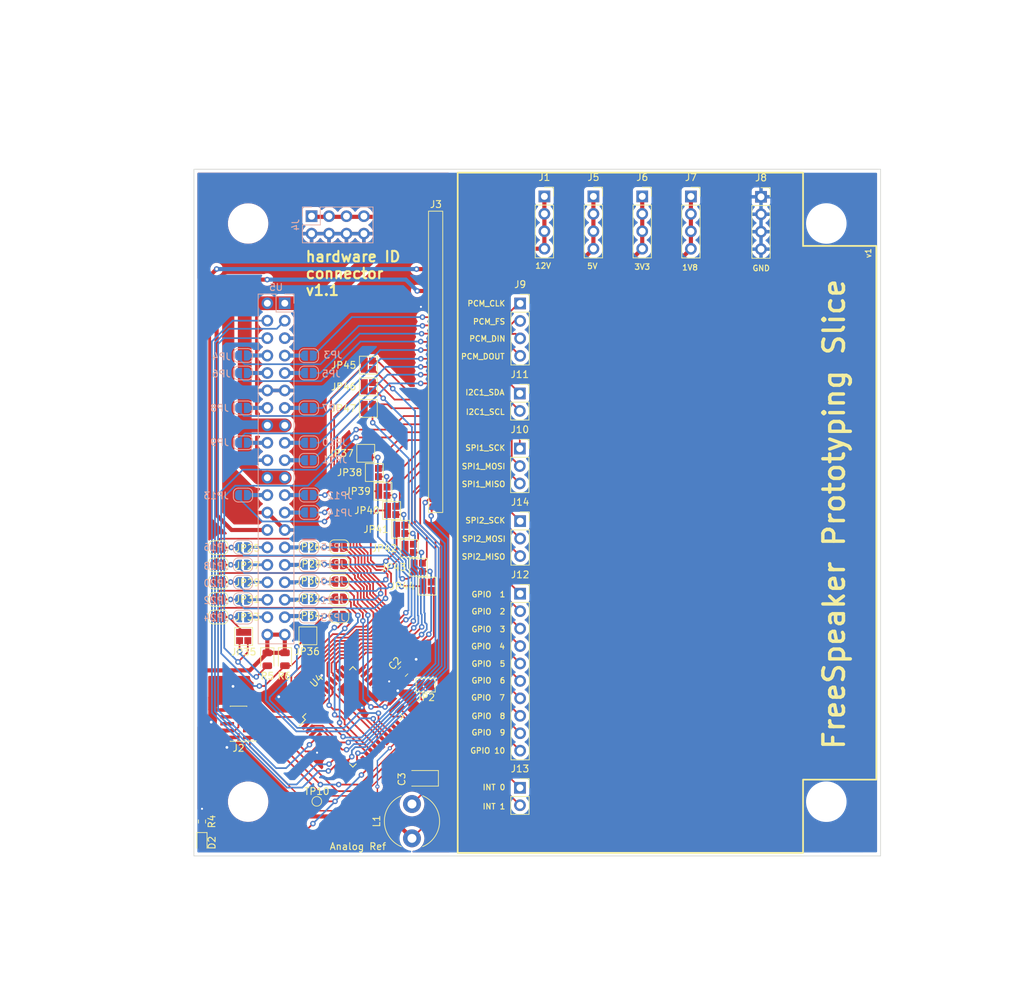
<source format=kicad_pcb>
(kicad_pcb (version 20211014) (generator pcbnew)
  (title_block (title "Prototyping Slice") (date "2022-01-20") (rev "v1"))
  (layers (0 "F.Cu" signal "Front") (31 "B.Cu" signal "Back") (34 "B.Paste" user) (35 "F.Paste" user) (36 "B.SilkS" user "B.Silkscreen") (37 "F.SilkS" user "F.Silkscreen") (38 "B.Mask" user) (39 "F.Mask" user) (44 "Edge.Cuts" user))
  (net 0 "")
  (net 1 "Net-(C2-Pad1)")
  (net 2 "GND")
  (net 3 "Net-(C3-Pad1)")
  (net 4 "Net-(D2-Pad1)")
  (net 5 "Net-(D2-Pad2)")
  (net 6 "Net-(J2-Pad9)")
  (net 7 "/12V")
  (net 8 "/5V")
  (net 9 "/3V3")
  (net 10 "Net-(J3-Pad15)")
  (net 11 "Net-(J3-Pad16)")
  (net 12 "Net-(J3-Pad17)")
  (net 13 "Net-(J3-Pad18)")
  (net 14 "Net-(J3-Pad19)")
  (net 15 "Net-(J3-Pad20)")
  (net 16 "Net-(J3-Pad21)")
  (net 17 "Net-(J3-Pad22)")
  (net 18 "Net-(J3-Pad23)")
  (net 19 "Net-(J3-Pad24)")
  (net 20 "Net-(J3-Pad25)")
  (net 21 "Net-(J3-Pad26)")
  (net 22 "Net-(J3-Pad27)")
  (net 23 "Net-(J3-Pad28)")
  (net 24 "Net-(J3-Pad29)")
  (net 25 "Net-(JP3-Pad1)")
  (net 26 "Net-(JP4-Pad1)")
  (net 27 "Net-(JP5-Pad1)")
  (net 28 "Net-(JP6-Pad1)")
  (net 29 "Net-(JP7-Pad1)")
  (net 30 "Net-(JP8-Pad1)")
  (net 31 "Net-(JP9-Pad1)")
  (net 32 "Net-(JP10-Pad1)")
  (net 33 "Net-(JP11-Pad1)")
  (net 34 "Net-(JP12-Pad1)")
  (net 35 "Net-(JP13-Pad1)")
  (net 36 "Net-(JP14-Pad1)")
  (net 37 "Net-(JP15-Pad1)")
  (net 38 "Net-(JP16-Pad1)")
  (net 39 "Net-(JP17-Pad1)")
  (net 40 "Net-(JP18-Pad1)")
  (net 41 "Net-(JP19-Pad1)")
  (net 42 "Net-(JP20-Pad1)")
  (net 43 "Net-(JP21-Pad1)")
  (net 44 "Net-(JP22-Pad1)")
  (net 45 "Net-(JP23-Pad1)")
  (net 46 "Net-(JP24-Pad1)")
  (net 47 "Net-(JP25-Pad2)")
  (net 48 "Net-(JP26-Pad2)")
  (net 49 "Net-(JP27-Pad2)")
  (net 50 "Net-(JP28-Pad2)")
  (net 51 "Net-(JP29-Pad2)")
  (net 52 "Net-(JP30-Pad2)")
  (net 53 "Net-(JP31-Pad2)")
  (net 54 "Net-(JP32-Pad2)")
  (net 55 "Net-(JP33-Pad2)")
  (net 56 "Net-(JP34-Pad2)")
  (net 57 "Net-(JP35-Pad3)")
  (net 58 "Net-(JP36-Pad3)")
  (net 61 "/feature connector/CM4_reserved_1")
  (net 62 "/feature connector/CM4_reserved_3")
  (net 63 "/feature connector/3V3")
  (net 64 "/feature connector/CM4_reserved_2")
  (net 65 "/feature connector/JTAG.SRST")
  (net 66 "/feature connector/JTAG.TRST")
  (net 67 "/feature connector/12V")
  (net 68 "/Prototyping_internal/1V8")
  (net 69 "/Prototyping_internal/PCM_CLK")
  (net 70 "/Prototyping_internal/PCM_FS")
  (net 71 "/Prototyping_internal/PCM_DIN")
  (net 72 "/Prototyping_internal/PCM_DOUT")
  (net 73 "/Prototyping_internal/feature_SPI1_MISO")
  (net 74 "/Prototyping_internal/feature_SPI1_MOSI")
  (net 75 "/Prototyping_internal/feature_SPI1_SCK")
  (net 76 "/Prototyping_internal/feature_I2C1_SCL")
  (net 77 "/Prototyping_internal/feature_I2C1_SDA")
  (net 78 "/Prototyping_internal/feature_GPIO_10")
  (net 79 "/Prototyping_internal/feature_GPIO_9")
  (net 80 "/Prototyping_internal/feature_GPIO_8")
  (net 81 "/Prototyping_internal/feature_GPIO_7")
  (net 82 "/Prototyping_internal/feature_GPIO_6")
  (net 83 "/Prototyping_internal/feature_GPIO_5")
  (net 84 "/Prototyping_internal/feature_GPIO_4")
  (net 85 "/Prototyping_internal/feature_GPIO_3")
  (net 86 "/Prototyping_internal/feature_GPIO_2")
  (net 87 "/Prototyping_internal/feature_GPIO_1")
  (net 88 "/Prototyping_internal/feature_INT1")
  (net 89 "/Prototyping_internal/feature_INT0")
  (net 90 "/Prototyping_internal/feature_SPI2_MISO")
  (net 91 "/Prototyping_internal/feature_SPI2_MOSI")
  (net 92 "/Prototyping_internal/feature_SPI2_SCK")
  (net 93 "/feature connector/PCM.CLK")
  (net 94 "/feature connector/PCM.FS")
  (net 95 "/feature connector/PCM.DIN")
  (net 96 "/feature connector/PCM.DOUT")
  (net 97 "/feature connector/I2C1.SDA")
  (net 98 "/feature connector/I2C1.SCL")
  (net 99 "/feature connector/SPI1.SCK")
  (net 100 "/feature connector/SPI1.MOSI")
  (net 101 "/feature connector/SPI1.MISO")
  (net 102 "/feature connector/SPI2.SCK")
  (net 103 "/feature connector/SPI2.MOSI")
  (net 104 "/feature connector/SPI2.MISO")
  (net 105 "/feature connector/GPIO.9")
  (net 106 "/feature connector/GPIO.10")
  (net 107 "/feature connector/GPIO.7")
  (net 108 "/feature connector/GPIO.8")
  (net 109 "/feature connector/GPIO.5")
  (net 110 "/feature connector/GPIO.6")
  (net 111 "/feature connector/GPIO.3")
  (net 112 "/feature connector/GPIO.4")
  (net 113 "/feature connector/GPIO.1")
  (net 114 "/feature connector/GPIO.2")
  (net 115 "/feature connector/PA0")
  (net 116 "/feature connector/PA1")
  (net 117 "/feature connector/PA2")
  (net 118 "/feature connector/PA3")
  (net 119 "/feature connector/PA4")
  (net 120 "/feature connector/PA5")
  (net 121 "/feature connector/PA6")
  (net 122 "/feature connector/PA7")
  (net 123 "/feature connector/uC_SPI..SCK")
  (net 124 "/feature connector/uC_SPI..MISO")
  (net 125 "/feature connector/uC_SPI..MOSI")
  (net 126 "/feature connector/CM4_reset_feature")
  (net 127 "/feature connector/CM4_UART_Tx")
  (net 128 "/feature connector/CM4_UART_Rx")
  (net 129 "/feature connector/5V")
  (net 130 "/feature connector/1V8")
  (footprint "Jumper:SolderJumper-2_P1.3mm_Open_RoundedPad1.0x1.5mm" (layer "F.Cu") (at 88.07785 105.405052 180)
    (fp_text reference "JP25")
    (fp_text value "SolderJumper_2_Open")
  )
  (footprint "Connector_PinSocket_2.54mm:PinSocket_1x04_P2.54mm_Vertical" (layer "F.Cu") (at 156.8954 54.2644)
    (fp_text reference "J7")
    (fp_text value "Conn_01x04_Female")
  )
  (footprint "Package_QFP:TQFP-44_10x10mm_P0.8mm" (layer "F.Cu") (at 107.66685 130.053052 45)
    (fp_text reference "U4")
    (fp_text value "ATmega32-16A")
  )
  (footprint "LED_SMD:LED_0603_1608Metric" (layer "F.Cu") (at 85.6996 148.3868 -90)
    (fp_text reference "D2")
    (fp_text value "LED Green")
  )
  (footprint "hardware_id:3_way_solder_jumper" (layer "F.Cu") (at 91.76685 118.343052 -90)
    (fp_text reference "JP35")
    (fp_text value "Sloder_Jumper_3")
  )
  (footprint "hardware_id:3_way_solder_jumper" (layer "F.Cu") (at 112.04185 97.193052)
    (fp_text reference "JP39")
    (fp_text value "Sloder_Jumper_3")
  )
  (footprint "hardware_id:3_way_solder_jumper" (layer "F.Cu") (at 115.86685 105.518052)
    (fp_text reference "JP42")
    (fp_text value "Sloder_Jumper_3")
  )
  (footprint "Connector_PinSocket_2.54mm:PinSocket_1x03_P2.54mm_Vertical" (layer "F.Cu") (at 132.0292 101.5492)
    (fp_text reference "J14")
    (fp_text value "Conn_01x03_Female")
  )
  (footprint "hardware_id:3_way_solder_jumper" (layer "F.Cu") (at 109.92685 81.983052)
    (fp_text reference "JP46")
    (fp_text value "Sloder_Jumper_3")
  )
  (footprint "Jumper:SolderJumper-2_P1.3mm_Open_RoundedPad1.0x1.5mm" (layer "F.Cu") (at 88.07685 115.513052 180)
    (fp_text reference "JP33")
    (fp_text value "SolderJumper_2_Open")
  )
  (footprint "Connector_PinSocket_2.54mm:PinSocket_1x03_P2.54mm_Vertical" (layer "F.Cu") (at 131.9784 90.9828)
    (fp_text reference "J10")
    (fp_text value "Conn_01x03_Female")
  )
  (footprint "Jumper:SolderJumper-2_P1.3mm_Open_RoundedPad1.0x1.5mm" (layer "F.Cu") (at 105.66685 115.343052)
    (fp_text reference "JP34")
    (fp_text value "SolderJumper_2_Open")
  )
  (footprint "hardware_id:3_way_solder_jumper" (layer "F.Cu") (at 118.46685 111.018052)
    (fp_text reference "JP44")
    (fp_text value "Sloder_Jumper_3")
  )
  (footprint "Connector_PinSocket_2.54mm:PinSocket_1x10_P2.54mm_Vertical" (layer "F.Cu") (at 132.0292 112.1156)
    (fp_text reference "J12")
    (fp_text value "Conn_01x10_Female")
  )
  (footprint "hardware_id:3_way_solder_jumper" (layer "F.Cu") (at 109.92685 85.133052)
    (fp_text reference "JP47")
    (fp_text value "Sloder_Jumper_3")
  )
  (footprint "hardware_id:3_way_solder_jumper" (layer "F.Cu") (at 101.11685 118.243052 -90)
    (fp_text reference "JP36")
    (fp_text value "Sloder_Jumper_3")
  )
  (footprint "Connector_PinSocket_2.54mm:PinSocket_1x04_P2.54mm_Vertical" (layer "F.Cu") (at 149.8092 54.2544)
    (fp_text reference "J6")
    (fp_text value "Conn_01x04_Female")
  )
  (footprint "Inductor_THT:L_Radial_D7.8mm_P5.00mm_Fastron_07HCP" (layer "F.Cu") (at 116.27685 147.743052 90)
    (fp_text reference "L1")
    (fp_text value "10m")
  )
  (footprint "Capacitor_SMD:C_0805_2012Metric" (layer "F.Cu") (at 114.96685 123.453052 45)
    (fp_text reference "C2")
    (fp_text value "10n")
  )
  (footprint "Connector_PinSocket_2.54mm:PinSocket_1x04_P2.54mm_Vertical" (layer "F.Cu") (at 142.6972 54.2544)
    (fp_text reference "J5")
    (fp_text value "Conn_01x04_Female")
  )
  (footprint "FreeSpeeker:mouting_hole_with_clearance" (layer "F.Cu") (at 176.61685 58.203052)
    (fp_text reference "H4" hide)
    (fp_text value "MountingHole")
  )
  (footprint "LED_SMD:LED_1206_3216Metric" (layer "F.Cu") (at 117.83685 139.003052 180)
    (fp_text reference "C3")
    (fp_text value "100n")
  )
  (footprint "FreeSpeeker:mouting_hole_with_clearance" (layer "F.Cu") (at 92.41685 142.403052)
    (fp_text reference "H2" hide)
    (fp_text value "MountingHole")
  )
  (footprint "LED_SMD:LED_0805_2012Metric" (layer "F.Cu") (at 95.20685 121.673052 -90)
    (fp_text reference "R5")
    (fp_text value "2K2")
  )
  (footprint "FreeSpeeker:mouting_hole_with_clearance" (layer "F.Cu") (at 176.61685 142.403052)
    (fp_text reference "H3" hide)
    (fp_text value "MountingHole")
  )
  (footprint "Connector_PinHeader_1.00mm:PinHeader_2x05_P1.00mm_Vertical_SMD" (layer "F.Cu") (at 91.01685 131.053052 180)
    (fp_text reference "J2")
    (fp_text value "AVR-JTAG-10")
  )
  (footprint "Jumper:SolderJumper-2_P1.3mm_Open_RoundedPad1.0x1.5mm" (layer "F.Cu") (at 105.66685 107.813052)
    (fp_text reference "JP28")
    (fp_text value "SolderJumper_2_Open")
  )
  (footprint "Connector_PinSocket_2.54mm:PinSocket_1x04_P2.54mm_Vertical" (layer "F.Cu") (at 167.1062 54.3152)
    (fp_text reference "J8")
    (fp_text value "Conn_01x04_Female")
  )
  (footprint "Connector_PinSocket_2.54mm:PinSocket_1x04_P2.54mm_Vertical" (layer "F.Cu") (at 132.0292 69.85)
    (fp_text reference "J9")
    (fp_text value "Conn_01x04_Female")
  )
  (footprint "Jumper:SolderJumper-2_P1.3mm_Open_RoundedPad1.0x1.5mm" (layer "F.Cu") (at 88.07685 110.423052 180)
    (fp_text reference "JP29")
    (fp_text value "SolderJumper_2_Open")
  )
  (footprint "FreeSpeeker:mouting_hole_with_clearance" (layer "F.Cu") (at 92.41685 58.203052)
    (fp_text reference "H1" hide)
    (fp_text value "MountingHole")
  )
  (footprint "Jumper:SolderJumper-2_P1.3mm_Open_TrianglePad1.0x1.5mm" (layer "F.Cu") (at 118.26685 125.428052 180)
    (fp_text reference "JP2")
    (fp_text value "SolderJumper_2_Open")
  )
  (footprint "LED_SMD:LED_0805_2012Metric" (layer "F.Cu") (at 97.77685 121.663052 -90)
    (fp_text reference "R6")
    (fp_text value "2K2")
  )
  (footprint "Jumper:SolderJumper-2_P1.3mm_Open_RoundedPad1.0x1.5mm" (layer "F.Cu") (at 105.66685 110.343052)
    (fp_text reference "JP30")
    (fp_text value "SolderJumper_2_Open")
  )
  (footprint "hardware_id:3_way_solder_jumper" (layer "F.Cu") (at 117.19185 108.268052)
    (fp_text reference "JP43")
    (fp_text value "Sloder_Jumper_3")
  )
  (footprint "Resistor_SMD:R_0603_1608Metric" (layer "F.Cu") (at 85.6996 145.2868 -90)
    (fp_text reference "R4")
    (fp_text value "120")
  )
  (footprint "Jumper:SolderJumper-2_P1.3mm_Open_RoundedPad1.0x1.5mm" (layer "F.Cu") (at 88.07685 112.953052 180)
    (fp_text reference "JP31")
    (fp_text value "SolderJumper_2_Open")
  )
  (footprint "hardware_id:3_way_solder_jumper" (layer "F.Cu") (at 109.54185 91.668052)
    (fp_text reference "JP37")
    (fp_text value "Sloder_Jumper_3")
  )
  (footprint "hardware_id:3_way_solder_jumper" (layer "F.Cu") (at 114.64185 102.743052)
    (fp_text reference "JP41")
    (fp_text value "Sloder_Jumper_3")
  )
  (footprint "hardware_id:hardware_ID_feature_connector_for_production" (layer "F.Cu") (at 119.71685 81.478052)
    (fp_text reference "J3")
    (fp_text value "Hardware_ID_feature_connector")
  )
  (footprint "Jumper:SolderJumper-2_P1.3mm_Open_RoundedPad1.0x1.5mm" (layer "F.Cu") (at 88.07785 107.905052 180)
    (fp_text reference "JP27")
    (fp_text value "SolderJumper_2_Open")
  )
  (footprint "Connector_PinSocket_2.54mm:PinSocket_1x02_P2.54mm_Vertical" (layer "F.Cu") (at 132.0034 140.3804)
    (fp_text reference "J13")
    (fp_text value "Conn_01x02_Female")
  )
  (footprint "hardware_id:3_way_solder_jumper" (layer "F.Cu") (at 109.92685 78.833052)
    (fp_text reference "JP45")
    (fp_text value "Sloder_Jumper_3")
  )
  (footprint "Jumper:SolderJumper-2_P1.3mm_Open_RoundedPad1.0x1.5mm" (layer "F.Cu") (at 105.66685 112.843052)
    (fp_text reference "JP32")
    (fp_text value "SolderJumper_2_Open")
  )
  (footprint "hardware_id:3_way_solder_jumper" (layer "F.Cu") (at 113.31685 99.993052)
    (fp_text reference "JP40")
    (fp_text value "Sloder_Jumper_3")
  )
  (footprint "hardware_id:3_way_solder_jumper" (layer "F.Cu") (at 110.79185 94.468052)
    (fp_text reference "JP38")
    (fp_text value "Sloder_Jumper_3")
  )
  (footprint "TestPoint:TestPoint_Pad_D1.0mm" (layer "F.Cu") (at 102.41685 142.353052)
    (fp_text reference "TP10")
    (fp_text value "TestPoint")
  )
  (footprint "Connector_PinSocket_2.54mm:PinSocket_1x02_P2.54mm_Vertical" (layer "F.Cu") (at 131.9784 82.9564)
    (fp_text reference "J11")
    (fp_text value "Conn_01x02_Female")
  )
  (footprint "Jumper:SolderJumper-2_P1.3mm_Open_RoundedPad1.0x1.5mm" (layer "F.Cu") (at 105.66685 105.273052)
    (fp_text reference "JP26")
    (fp_text value "SolderJumper_2_Open")
  )
  (footprint "Connector_PinSocket_2.54mm:PinSocket_1x04_P2.54mm_Vertical" (layer "F.Cu") (at 135.5594 54.2544)
    (fp_text reference "J1")
    (fp_text value "Conn_01x04_Female")
  )
  (footprint "Jumper:SolderJumper-2_P1.3mm_Open_RoundedPad1.0x1.5mm" (layer "B.Cu") (at 101.26685 110.373052)
    (fp_text reference "JP19")
    (fp_text value "SolderJumper_2_Open")
  )
  (footprint "Jumper:SolderJumper-2_P1.3mm_Open_RoundedPad1.0x1.5mm" (layer "B.Cu") (at 91.66685 85.053052 180)
    (fp_text reference "JP8")
    (fp_text value "SolderJumper_2_Open")
  )
  (footprint "Jumper:SolderJumper-2_P1.3mm_Open_RoundedPad1.0x1.5mm" (layer "B.Cu") (at 101.26685 112.873052)
    (fp_text reference "JP21")
    (fp_text value "SolderJumper_2_Open")
  )
  (footprint "Jumper:SolderJumper-2_P1.3mm_Open_RoundedPad1.0x1.5mm" (layer "B.Cu") (at 91.67685 112.983052 180)
    (fp_text reference "JP22")
    (fp_text value "SolderJumper_2_Open")
  )
  (footprint "Connector_PinHeader_2.54mm:PinHeader_2x04_P2.54mm_Vertical" (layer "B.Cu") (at 101.65585 57.139552 -90)
    (fp_text reference "J4")
    (fp_text value "Conn_02x04_Odd_Even")
  )
  (footprint "Jumper:SolderJumper-2_P1.3mm_Open_RoundedPad1.0x1.5mm" (layer "B.Cu") (at 101.26685 107.873052)
    (fp_text reference "JP17")
    (fp_text value "SolderJumper_2_Open")
  )
  (footprint "Connector_PinHeader_2.54mm:PinHeader_2x20_P2.54mm_Vertical" (layer "B.Cu") (at 97.75185 69.818052 180)
    (fp_text reference "U5")
    (fp_text value "slice_connector_male")
  )
  (footprint "Jumper:SolderJumper-2_P1.3mm_Open_RoundedPad1.0x1.5mm" (layer "B.Cu") (at 91.66685 90.128052 180)
    (fp_text reference "JP9")
    (fp_text value "SolderJumper_2_Open")
  )
  (footprint "Jumper:SolderJumper-2_P1.3mm_Open_RoundedPad1.0x1.5mm" (layer "B.Cu") (at 101.26685 90.133052)
    (fp_text reference "JP10")
    (fp_text value "SolderJumper_2_Open")
  )
  (footprint "Jumper:SolderJumper-2_P1.3mm_Open_RoundedPad1.0x1.5mm" (layer "B.Cu") (at 91.66685 97.753052 180)
    (fp_text reference "JP13")
    (fp_text value "SolderJumper_2_Open")
  )
  (footprint "Jumper:SolderJumper-2_P1.3mm_Open_RoundedPad1.0x1.5mm" (layer "B.Cu") (at 101.26685 115.373052)
    (fp_text reference "JP23")
    (fp_text value "SolderJumper_2_Open")
  )
  (footprint "Jumper:SolderJumper-2_P1.3mm_Open_RoundedPad1.0x1.5mm" (layer "B.Cu") (at 101.26685 97.753052)
    (fp_text reference "JP12")
    (fp_text value "SolderJumper_2_Open")
  )
  (footprint "Jumper:SolderJumper-2_P1.3mm_Open_RoundedPad1.0x1.5mm" (layer "B.Cu") (at 101.26685 100.293052)
    (fp_text reference "JP14")
    (fp_text value "SolderJumper_2_Open")
  )
  (footprint "Jumper:SolderJumper-2_P1.3mm_Open_RoundedPad1.0x1.5mm" (layer "B.Cu") (at 101.26685 77.443052)
    (fp_text reference "JP3")
    (fp_text value "SolderJumper_2_Open")
  )
  (footprint "Jumper:SolderJumper-2_P1.3mm_Open_RoundedPad1.0x1.5mm" (layer "B.Cu") (at 101.26685 92.683052)
    (fp_text reference "JP11")
    (fp_text value "SolderJumper_2_Open")
  )
  (footprint "Jumper:SolderJumper-2_P1.3mm_Open_RoundedPad1.0x1.5mm" (layer "B.Cu") (at 91.66685 77.423052 180)
    (fp_text reference "JP4")
    (fp_text value "SolderJumper_2_Open")
  )
  (footprint "Jumper:SolderJumper-2_P1.3mm_Open_RoundedPad1.0x1.5mm" (layer "B.Cu") (at 91.66685 79.973052 180)
    (fp_text reference "JP6")
    (fp_text value "SolderJumper_2_Open")
  )
  (footprint "Jumper:SolderJumper-2_P1.3mm_Open_RoundedPad1.0x1.5mm" (layer "B.Cu") (at 91.67685 105.363052 180)
    (fp_text reference "JP16")
    (fp_text value "SolderJumper_2_Open")
  )
  (footprint "Jumper:SolderJumper-2_P1.3mm_Open_RoundedPad1.0x1.5mm" (layer "B.Cu") (at 101.26685 79.973052)
    (fp_text reference "JP5")
    (fp_text value "SolderJumper_2_Open")
  )
  (footprint "Jumper:SolderJumper-2_P1.3mm_Open_RoundedPad1.0x1.5mm" (layer "B.Cu") (at 91.68685 115.523052 180)
    (fp_text reference "JP24")
    (fp_text value "SolderJumper_2_Open")
  )
  (footprint "Jumper:SolderJumper-2_P1.3mm_Open_RoundedPad1.0x1.5mm" (layer "B.Cu") (at 91.67685 110.443052 180)
    (fp_text reference "JP20")
    (fp_text value "SolderJumper_2_Open")
  )
  (footprint "Jumper:SolderJumper-2_P1.3mm_Open_RoundedPad1.0x1.5mm" (layer "B.Cu") (at 91.67685 107.903052 180)
    (fp_text reference "JP18")
    (fp_text value "SolderJumper_2_Open")
  )
  (footprint "Jumper:SolderJumper-2_P1.3mm_Open_RoundedPad1.0x1.5mm" (layer "B.Cu") (at 101.26685 105.373052)
    (fp_text reference "JP15")
    (fp_text value "SolderJumper_2_Open")
  )
  (footprint "Jumper:SolderJumper-2_P1.3mm_Open_RoundedPad1.0x1.5mm" (layer "B.Cu") (at 101.25685 85.063052)
    (fp_text reference "JP7")
    (fp_text value "SolderJumper_2_Open")
  )
  (gr_poly (pts (xy 173.228 61.468) (xy 183.896 61.468) (xy 183.896 139.192) (xy 173.228 139.192) (xy 173.228 149.86) (xy 122.936 149.86) (xy 122.936 50.8) (xy 173.228 50.8)) (layer "F.SilkS") (width 0.254) (fill none))
  (gr_rect (start 84.51685 50.303052) (end 184.51685 150.303052) (layer "Edge.Cuts") (width 0.1) (fill none))
  (gr_text "PCM_DOUT" (at 126.5936 77.5716) (layer "F.SilkS") (effects (font (size 0.8128 0.8128) (thickness 0.1524))))
  (gr_text "SPI1_MOSI" (at 126.6952 93.5736) (layer "F.SilkS") (effects (font (size 0.8128 0.8128) (thickness 0.1524))))
  (gr_text "GPIO  4" (at 127.3556 119.7864) (layer "F.SilkS") (effects (font (size 0.8128 0.8128) (thickness 0.1524))))
  (gr_text "PCM_CLK" (at 127.1016 69.85) (layer "F.SilkS") (effects (font (size 0.8128 0.8128) (thickness 0.1524))))
  (gr_text "INT 0" (at 128.2192 140.3096) (layer "F.SilkS") (effects (font (size 0.8128 0.8128) (thickness 0.1524))))
  (gr_text "v1" (at 182.7276 62.5348 90) (layer "F.SilkS") (effects (font (size 0.8128 0.8128) (thickness 0.1524))))
  (gr_text "I2C1_SCL" (at 126.9492 85.6488) (layer "F.SilkS") (effects (font (size 0.8128 0.8128) (thickness 0.1524))))
  (gr_text "1V8" (at 156.7688 64.6176) (layer "F.SilkS") (effects (font (size 0.8128 0.8128) (thickness 0.1524))))
  (gr_text "GPIO  7" (at 127.3556 127.254) (layer "F.SilkS") (effects (font (size 0.8128 0.8128) (thickness 0.1524))))
  (gr_text "Analog Ref" (at 108.40285 148.926052) (layer "F.SilkS") (effects (font (size 1 1))))
  (gr_text "GPIO  9" (at 127.4064 132.334) (layer "F.SilkS") (effects (font (size 0.8128 0.8128) (thickness 0.1524))))
  (gr_text "PCM_FS" (at 127.508 72.4916) (layer "F.SilkS") (effects (font (size 0.8128 0.8128) (thickness 0.1524))))
  (gr_text "SPI2_SCK" (at 126.9492 101.4476) (layer "F.SilkS") (effects (font (size 0.8128 0.8128) (thickness 0.1524))))
  (gr_text "GPIO  6" (at 127.4064 124.7648) (layer "F.SilkS") (effects (font (size 0.8128 0.8128) (thickness 0.1524))))
  (gr_text "SPI1_MISO" (at 126.6952 96.1644) (layer "F.SilkS") (effects (font (size 0.8128 0.8128) (thickness 0.1524))))
  (gr_text "GPIO  1" (at 127.4064 112.2172) (layer "F.SilkS") (effects (font (size 0.8128 0.8128) (thickness 0.1524))))
  (gr_text "FreeSpeaker Prototyping Slice" (at 177.7492 100.5332 90) (layer "F.SilkS") (effects (font (size 3 3) (thickness 0.5))))
  (gr_text "5V" (at 142.5448 64.4144) (layer "F.SilkS") (effects (font (size 0.8128 0.8128) (thickness 0.1524))))
  (gr_text "PCM_DIN" (at 127.254 74.9808) (layer "F.SilkS") (effects (font (size 0.8128 0.8128) (thickness 0.1524))))
  (gr_text "GPIO  3" (at 127.4064 117.2972) (layer "F.SilkS") (effects (font (size 0.8128 0.8128) (thickness 0.1524))))
  (gr_text "GPIO  8" (at 127.4064 129.9464) (layer "F.SilkS") (effects (font (size 0.8128 0.8128) (thickness 0.1524))))
  (gr_text "3V3" (at 149.8092 64.516) (layer "F.SilkS") (effects (font (size 0.8128 0.8128) (thickness 0.1524))))
  (gr_text "INT 1" (at 128.2192 143.1036) (layer "F.SilkS") (effects (font (size 0.8128 0.8128) (thickness 0.1524))))
  (gr_text "GPIO  5" (at 127.4064 122.3264) (layer "F.SilkS") (effects (font (size 0.8128 0.8128) (thickness 0.1524))))
  (gr_text "SPI1_SCK" (at 126.9492 90.8812) (layer "F.SilkS") (effects (font (size 0.8128 0.8128) (thickness 0.1524))))
  (gr_text "SPI2_MOSI" (at 126.746 104.14) (layer "F.SilkS") (effects (font (size 0.8128 0.8128) (thickness 0.1524))))
  (gr_text "SPI2_MISO" (at 126.6952 106.7308) (layer "F.SilkS") (effects (font (size 0.8128 0.8128) (thickness 0.1524))))
  (gr_text "GPIO 10" (at 127.3048 134.9756) (layer "F.SilkS") (effects (font (size 0.8128 0.8128) (thickness 0.1524))))
  (gr_text "GPIO  2" (at 127.4064 114.7064) (layer "F.SilkS") (effects (font (size 0.8128 0.8128) (thickness 0.1524))))
  (gr_text "I2C1_SDA" (at 126.8984 82.804) (layer "F.SilkS") (effects (font (size 0.8128 0.8128) (thickness 0.1524))))
  (gr_text "hardware ID\nconnector\nv1.1" (at 100.6348 65.4812) (layer "F.SilkS") (effects (font (size 1.524 1.524) (thickness 0.3048)) (justify left)))
  (gr_text "12V" (at 135.382 64.3636) (layer "F.SilkS") (effects (font (size 0.8128 0.8128) (thickness 0.1524))))
  (gr_text "GND" (at 167.132 64.7192) (layer "F.SilkS") (effects (font (size 0.8128 0.8128) (thickness 0.1524))))
  (segment (start 112.463728 124.124803) (end 111.131673 125.456858) (width 0.25) (layer "F.Cu") (net 1))
  (segment (start 112.463728 124.124803) (end 114.295099 124.124803) (width 0.25) (layer "F.Cu") (net 1))
  (segment (start 111.697359 126.022543) (end 108.947381 128.772521) (width 0.25) (layer "F.Cu") (net 2))
  (segment (start 108.947381 129.713583) (end 111.66326 132.429462) (width 0.25) (layer "F.Cu") (net 2))
  (segment (start 89.36685 129.053052) (end 86.77685 129.053052) (width 0.25) (layer "F.Cu") (net 2))
  (segment (start 112.83035 124.889552) (end 111.697359 126.022543) (width 0.2) (layer "F.Cu") (net 2))
  (segment (start 108.947381 128.772521) (end 108.947381 129.713583) (width 0.25) (layer "F.Cu") (net 2))
  (segment (start 103.636341 126.022543) (end 103.12685 125.513052) (width 0.25) (layer "F.Cu") (net 2))
  (segment (start 103.12685 125.513052) (end 103.12685 124.013052) (width 0.25) (layer "F.Cu") (net 2))
  (segment (start 86.77685 129.053052) (end 86.73685 129.013052) (width 0.25) (layer "F.Cu") (net 2))
  (segment (start 111.66326 132.429462) (end 111.66326 132.918091) (width 0.25) (layer "F.Cu") (net 2))
  (segment (start 96.87685 127.133052) (end 86.82685 127.133052) (width 0.25) (layer "F.Cu") (net 2))
  (segment (start 85.6996 144.4618) (end 85.6996 143.4368) (width 0.4) (layer "F.Cu") (net 2))
  (segment (start 111.66326 132.918091) (end 112.263044 133.517875) (width 0.25) (layer "F.Cu") (net 2))
  (segment (start 112.95585 124.889552) (end 112.83035 124.889552) (width 0.2) (layer "F.Cu") (net 2))
  (segment (start 119.21685 70.678052) (end 120.21685 70.678052) (width 0.2) (layer "F.Cu") (net 2))
  (segment (start 117.91935 70.678052) (end 117.58085 70.339552) (width 0.2) (layer "F.Cu") (net 2))
  (segment (start 86.73685 127.223052) (end 86.82685 127.133052) (width 0.25) (layer "F.Cu") (net 2))
  (segment (start 86.73685 127.223052) (end 86.73685 129.013052) (width 0.25) (layer "F.Cu") (net 2))
  (segment (start 119.21685 70.678052) (end 117.91935 70.678052) (width 0.2) (layer "F.Cu") (net 2))
  (segment (start 103.636341 134.084061) (end 102.45585 135.264552) (width 0.2) (layer "F.Cu") (net 2))
  (segment (start 97.75185 102.838052) (end 95.21185 100.298052) (width 0.6) (layer "F.Cu") (net 2))
  (via (at 112.95585 124.889552) (size 0.6) (drill 0.3) (layers "F.Cu" "B.Cu") (net 2))
  (via (at 117.58085 70.339552) (size 0.6) (drill 0.3) (layers "F.Cu" "B.Cu") (net 2))
  (via (at 87.03785 130.815052) (size 0.8) (drill 0.4) (layers "F.Cu" "B.Cu") (net 2))
  (via (at 90.21285 125.608052) (size 0.8) (drill 0.4) (layers "F.Cu" "B.Cu") (net 2))
  (via (at 103.12685 124.013052) (size 0.8) (drill 0.4) (layers "F.Cu" "B.Cu") (net 2))
  (via (at 102.45585 135.264552) (size 0.6) (drill 0.3) (layers "F.Cu" "B.Cu") (net 2))
  (via (at 85.6996 143.4368) (size 0.6) (drill 0.3) (layers "F.Cu" "B.Cu") (net 2))
  (via (at 109.00145 128.718452) (size 0.6) (drill 0.3) (layers "F.Cu" "B.Cu") (net 2))
  (via (at 89.32385 134.498052) (size 0.8) (drill 0.4) (layers "F.Cu" "B.Cu") (net 2))
  (via (at 116.88285 121.671052) (size 0.8) (drill 0.4) (layers "F.Cu" "B.Cu") (net 2))
  (via (at 96.87685 127.133052) (size 0.8) (drill 0.4) (layers "F.Cu" "B.Cu") (net 2))
  (via (at 114.21585 126.243052) (size 0.8) (drill 0.4) (layers "F.Cu" "B.Cu") (net 2))
  (segment (start 103.12685 124.013052) (end 99.99685 124.013052) (width 0.25) (layer "B.Cu") (net 2))
  (segment (start 99.99685 124.013052) (end 96.87685 127.133052) (width 0.25) (layer "B.Cu") (net 2))
  (segment (start 116.27685 142.743052) (end 119.32485 139.695052) (width 0.25) (layer "F.Cu") (net 3))
  (segment (start 112.281673 126.588229) (end 113.44185 125.428052) (width 0.25) (layer "F.Cu") (net 3))
  (segment (start 119.32485 129.161052) (end 117.54185 127.378052) (width 0.25) (layer "F.Cu") (net 3))
  (segment (start 117.54185 127.378052) (end 117.54185 125.428052) (width 0.25) (layer "F.Cu") (net 3))
  (segment (start 113.44185 125.428052) (end 117.54185 125.428052) (width 0.25) (layer "F.Cu") (net 3))
  (segment (start 119.32485 139.695052) (end 119.32485 129.161052) (width 0.25) (layer "F.Cu") (net 3))
  (segment (start 85.6996 147.5993) (end 85.6996 146.1118) (width 0.4) (layer "F.Cu") (net 4))
  (segment (start 109.918236 137.504666) (end 108.91085 138.512052) (width 0.25) (layer "F.Cu") (net 5))
  (segment (start 105.06685 142.353052) (end 102.41685 142.353052) (width 0.25) (layer "F.Cu") (net 5))
  (segment (start 109.434617 136.346302) (end 109.918236 136.829921) (width 0.25) (layer "F.Cu") (net 5))
  (segment (start 109.918236 136.829921) (end 109.918236 137.504666) (width 0.25) (layer "F.Cu") (net 5))
  (segment (start 101.854 145.5928) (end 98.2725 149.1743) (width 0.25) (layer "F.Cu") (net 5))
  (segment (start 98.2725 149.1743) (end 85.6996 149.1743) (width 0.25) (layer "F.Cu") (net 5))
  (via (at 105.06685 142.353052) (size 0.8) (drill 0.4) (layers "F.Cu" "B.Cu") (net 5))
  (via (at 108.91085 138.512052) (size 0.8) (drill 0.4) (layers "F.Cu" "B.Cu") (net 5))
  (via (at 101.854 145.5928) (size 0.8) (drill 0.4) (layers "F.Cu" "B.Cu") (net 5))
  (segment (start 105.19035 142.229552) (end 105.06685 142.353052) (width 0.25) (layer "B.Cu") (net 5))
  (segment (start 101.854 145.5928) (end 105.06685 142.37995) (width 0.25) (layer "B.Cu") (net 5))
  (segment (start 105.19335 142.229552) (end 105.19035 142.229552) (width 0.25) (layer "B.Cu") (net 5))
  (segment (start 108.91085 138.512052) (end 105.19335 142.229552) (width 0.25) (layer "B.Cu") (net 5))
  (segment (start 105.06685 142.37995) (end 105.06685 142.353052) (width 0.25) (layer "B.Cu") (net 5))
  (segment (start 116.65785 132.826334) (end 108.617612 140.866572) (width 0.25) (layer "F.Cu") (net 6))
  (segment (start 108.617612 140.866572) (end 105.379392 140.866572) (width 0.25) (layer "F.Cu") (net 6))
  (segment (start 105.379392 140.866572) (end 93.565872 129.053052) (width 0.25) (layer "F.Cu") (net 6))
  (segment (start 113.10185 129.143535) (end 113.10185 129.622052) (width 0.25) (layer "F.Cu") (net 6))
  (segment (start 113.10185 129.622052) (end 113.48285 130.003052) (width 0.25) (layer "F.Cu") (net 6))
  (segment (start 113.9601 128.285285) (end 113.10185 129.143535) (width 0.25) (layer "F.Cu") (net 6))
  (segment (start 113.48285 130.003052) (end 115.00685 130.003052) (width 0.25) (layer "F.Cu") (net 6))
  (segment (start 115.00685 130.003052) (end 116.65785 131.654052) (width 0.25) (layer "F.Cu") (net 6))
  (segment (start 116.65785 131.654052) (end 116.65785 132.826334) (width 0.25) (layer "F.Cu") (net 6))
  (segment (start 93.565872 129.053052) (end 92.66685 129.053052) (width 0.25) (layer "F.Cu") (net 6))
  (segment (start 120.21685 58.068052) (end 124.023198 61.8744) (width 0.6) (layer "F.Cu") (net 7))
  (segment (start 135.5594 54.2544) (end 135.5594 61.8744) (width 0.6) (layer "F.Cu") (net 7))
  (segment (start 124.023198 61.8744) (end 135.5594 61.8744) (width 0.6) (layer "F.Cu") (net 7))
  (segment (start 142.6972 54.2544) (end 142.6972 61.8744) (width 0.6) (layer "F.Cu") (net 8))
  (segment (start 122.5296 63.8048) (end 140.7668 63.8048) (width 0.6) (layer "F.Cu") (net 8))
  (segment (start 120.21685 61.49205) (end 122.5296 63.8048) (width 0.6) (layer "F.Cu") (net 8))
  (segment (start 120.21685 61.478052) (end 120.21685 61.49205) (width 0.6) (layer "F.Cu") (net 8))
  (segment (start 140.7668 63.8048) (end 142.6972 61.8744) (width 0.6) (layer "F.Cu") (net 8))
  (segment (start 146.805548 64.878052) (end 149.8092 61.8744) (width 0.6) (layer "F.Cu") (net 9))
  (segment (start 120.21685 64.878052) (end 146.805548 64.878052) (width 0.6) (layer "F.Cu") (net 9))
  (segment (start 149.8092 54.2544) (end 149.8092 61.8744) (width 0.6) (layer "F.Cu") (net 9))
  (segment (start 111.27685 78.233052) (end 115.68685 82.643052) (width 0.25) (layer "F.Cu") (net 10))
  (segment (start 110.52685 78.233052) (end 111.27685 78.233052) (width 0.25) (layer "F.Cu") (net 10))
  (segment (start 115.68685 82.643052) (end 119.14185 82.643052) (width 0.25) (layer "F.Cu") (net 10))
  (segment (start 113.73685 83.843052) (end 119.14185 83.843052) (width 0.25) (layer "F.Cu") (net 11))
  (segment (start 111.27685 81.383052) (end 113.73685 83.843052) (width 0.25) (layer "F.Cu") (net 11))
  (segment (start 110.52685 81.383052) (end 111.27685 81.383052) (width 0.25) (layer "F.Cu") (net 11))
  (segment (start 113.29235 85.108552) (end 119.07635 85.108552) (width 0.25) (layer "F.Cu") (net 12))
  (segment (start 112.71685 84.533052) (end 113.29235 85.108552) (width 0.25) (layer "F.Cu") (net 12))
  (segment (start 110.52685 84.533052) (end 112.71685 84.533052) (width 0.25) (layer "F.Cu") (net 12))
  (segment (start 101.71685 119.543052) (end 101.71685 118.843052) (width 0.2) (layer "F.Cu") (net 13))
  (segment (start 98.65935 122.600552) (end 101.71685 119.543052) (width 0.2) (layer "F.Cu") (net 13))
  (segment (start 95.58135 124.796052) (end 95.57585 124.796052) (width 0.25) (layer "F.Cu") (net 13))
  (segment (start 119.14185 86.243052) (end 115.07885 86.243052) (width 0.25) (layer "F.Cu") (net 13))
  (segment (start 113.10185 88.220052) (end 107.89485 88.220052) (width 0.25) (layer "F.Cu") (net 13))
  (segment (start 97.77685 122.600552) (end 95.58135 124.796052) (width 0.25) (layer "F.Cu") (net 13))
  (segment (start 94.81385 125.558052) (end 94.05185 125.558052) (width 0.25) (layer "F.Cu") (net 13))
  (segment (start 97.77685 122.600552) (end 98.65935 122.600552) (width 0.2) (layer "F.Cu") (net 13))
  (segment (start 95.57585 124.796052) (end 94.81385 125.558052) (width 0.25) (layer "F.Cu") (net 13))
  (segment (start 115.07885 86.243052) (end 113.10185 88.220052) (width 0.25) (layer "F.Cu") (net 13))
  (via (at 108.14885 88.220052) (size 0.8) (drill 0.4) (layers "F.Cu" "B.Cu") (net 13))
  (via (at 94.05185 125.558052) (size 0.8) (drill 0.4) (layers "F.Cu" "B.Cu") (net 13))
  (segment (start 102.30685 94.062052) (end 108.14885 88.220052) (width 0.25) (layer "B.Cu") (net 13))
  (segment (start 88.48733 120.80925) (end 93.236132 125.558052) (width 0.25) (layer "B.Cu") (net 13))
  (segment (start 91.657361 94.043541) (end 88.48733 97.213572) (width 0.25) (layer "B.Cu") (net 13))
  (segment (start 91.657361 94.043541) (end 100.002339 94.043541) (width 0.25) (layer "B.Cu") (net 13))
  (segment (start 88.48733 97.213572) (end 88.48733 120.80925) (width 0.25) (layer "B.Cu") (net 13))
  (segment (start 93.236132 125.558052) (end 94.05185 125.558052) (width 0.25) (layer "B.Cu") (net 13))
  (segment (start 100.02085 94.062052) (end 102.30685 94.062052) (width 0.25) (layer "B.Cu") (net 13))
  (segment (start 100.002339 94.043541) (end 100.02085 94.062052) (width 0.25) (layer "B.Cu") (net 13))
  (segment (start 119.14185 87.443052) (end 115.02185 87.443052) (width 0.25) (layer "F.Cu") (net 14))
  (segment (start 115.02185 87.443052) (end 113.10185 89.363052) (width 0.25) (layer "F.Cu") (net 14))
  (segment (start 113.10185 89.363052) (end 107.89485 89.363052) (width 0.25) (layer "F.Cu") (net 14))
  (segment (start 94.03735 123.780052) (end 95.20685 122.610552) (width 0.25) (layer "F.Cu") (net 14))
  (segment (start 92.36685 120.628052) (end 90.94185 122.053052) (width 0.25) (layer "F.Cu") (net 14))
  (segment (start 92.36685 118.943052) (end 92.36685 120.628052) (width 0.25) (layer "F.Cu") (net 14))
  (segment (start 94.03735 123.794552) (end 93.60305 124.228852) (width 0.25) (layer "F.Cu") (net 14))
  (segment (start 94.03735 123.780052) (end 94.03735 123.794552) (width 0.25) (layer "F.Cu") (net 14))
  (via (at 108.14885 89.363052) (size 0.8) (drill 0.4) (layers "F.Cu" "B.Cu") (net 14))
  (via (at 93.60305 124.228852) (size 0.8) (drill 0.4) (layers "F.Cu" "B.Cu") (net 14))
  (via (at 90.94185 122.053052) (size 0.8) (drill 0.4) (layers "F.Cu" "B.Cu") (net 14))
  (segment (start 90.527339 96.392563) (end 101.119339 96.392563) (width 0.25) (layer "B.Cu") (net 14))
  (segment (start 93.11765 124.228852) (end 90.94185 122.053052) (width 0.25) (layer "B.Cu") (net 14))
  (segment (start 93.60305 124.228852) (end 93.11765 124.228852) (width 0.25) (layer "B.Cu") (net 14))
  (segment (start 90.94185 122.028052) (end 88.93685 120.023052) (width 0.25) (layer "B.Cu") (net 14))
  (segment (start 101.119339 96.392563) (end 108.14885 89.363052) (width 0.25) (layer "B.Cu") (net 14))
  (segment (start 88.93685 97.983052) (end 90.527339 96.392563) (width 0.25) (layer "B.Cu") (net 14))
  (segment (start 90.94185 122.053052) (end 90.94185 122.028052) (width 0.25) (layer "B.Cu") (net 14))
  (segment (start 88.93685 120.023052) (end 88.93685 97.983052) (width 0.25) (layer "B.Cu") (net 14))
  (segment (start 112.92085 91.068052) (end 115.38785 88.601052) (width 0.25) (layer "F.Cu") (net 15))
  (segment (start 115.38785 88.601052) (end 119.09985 88.601052) (width 0.25) (layer "F.Cu") (net 15))
  (segment (start 110.14185 91.068052) (end 112.92085 91.068052) (width 0.25) (layer "F.Cu") (net 15))
  (segment (start 111.64485 93.868052) (end 115.76885 89.744052) (width 0.25) (layer "F.Cu") (net 16))
  (segment (start 115.76885 89.744052) (end 119.04285 89.744052) (width 0.25) (layer "F.Cu") (net 16))
  (segment (start 112.64185 96.046052) (end 117.67385 91.014052) (width 0.25) (layer "F.Cu") (net 17))
  (segment (start 117.67385 91.014052) (end 119.11285 91.014052) (width 0.25) (layer "F.Cu") (net 17))
  (segment (start 112.64185 96.593052) (end 112.64185 96.046052) (width 0.25) (layer "F.Cu") (net 17))
  (segment (start 113.91685 99.393052) (end 114.49885 98.811052) (width 0.25) (layer "F.Cu") (net 18))
  (segment (start 114.49885 95.967052) (end 118.22285 92.243052) (width 0.25) (layer "F.Cu") (net 18))
  (segment (start 118.22285 92.243052) (end 119.14185 92.243052) (width 0.25) (layer "F.Cu") (net 18))
  (segment (start 114.49885 98.811052) (end 114.49885 95.967052) (width 0.25) (layer "F.Cu") (net 18))
  (segment (start 115.804361 95.931541) (end 118.29285 93.443052) (width 0.25) (layer "F.Cu") (net 19))
  (segment (start 115.24185 102.143052) (end 115.804361 101.580541) (width 0.25) (layer "F.Cu") (net 19))
  (segment (start 118.29285 93.443052) (end 119.14185 93.443052) (width 0.25) (layer "F.Cu") (net 19))
  (segment (start 115.804361 101.580541) (end 115.804361 95.931541) (width 0.25) (layer "F.Cu") (net 19))
  (segment (start 116.253881 102.178469) (end 117.16585 103.090438) (width 0.25) (layer "F.Cu") (net 20))
  (segment (start 117.16585 104.222052) (end 116.46985 104.918052) (width 0.25) (layer "F.Cu") (net 20))
  (segment (start 116.253881 97.489238) (end 116.253881 102.178469) (width 0.25) (layer "F.Cu") (net 20))
  (segment (start 119.100067 94.643052) (end 116.253881 97.489238) (width 0.25) (layer "F.Cu") (net 20))
  (segment (start 117.16585 104.222052) (end 117.16585 103.090438) (width 0.25) (layer "F.Cu") (net 20))
  (segment (start 117.73233 103.010532) (end 118.43585 103.714052) (width 0.25) (layer "F.Cu") (net 21))
  (segment (start 118.43585 103.714052) (end 118.43585 107.024052) (width 0.25) (layer "F.Cu") (net 21))
  (segment (start 118.43585 107.024052) (end 117.79185 107.668052) (width 0.25) (layer "F.Cu") (net 21))
  (segment (start 117.73233 103.009815) (end 117.73233 103.010532) (width 0.25) (layer "F.Cu") (net 21))
  (segment (start 119.14185 95.843052) (end 118.535785 95.843052) (width 0.25) (layer "F.Cu") (net 21))
  (segment (start 116.703401 97.675436) (end 116.703401 101.992271) (width 0.25) (layer "F.Cu") (net 21))
  (segment (start 118.535785 95.843052) (end 116.703401 97.675436) (width 0.25) (layer "F.Cu") (net 21))
  (segment (start 116.716016 102.004886) (end 116.727401 102.004886) (width 0.25) (layer "F.Cu") (net 21))
  (segment (start 116.703401 101.992271) (end 116.716016 102.004886) (width 0.25) (layer "F.Cu") (net 21))
  (segment (start 116.727401 102.004886) (end 117.73233 103.009815) (width 0.25) (layer "F.Cu") (net 21))
  (segment (start 119.70585 109.683052) (end 119.70585 104.347617) (width 0.25) (layer "F.Cu") (net 22))
  (segment (start 119.14185 97.043052) (end 118.62985 97.043052) (width 0.25) (layer "F.Cu") (net 22))
  (segment (start 119.06685 110.322052) (end 119.70585 109.683052) (width 0.25) (layer "F.Cu") (net 22))
  (segment (start 117.475751 102.117519) (end 117.475751 98.197151) (width 0.25) (layer "F.Cu") (net 22))
  (segment (start 118.62985 97.043052) (end 117.475751 98.197151) (width 0.25) (layer "F.Cu") (net 22))
  (segment (start 119.70585 104.347617) (end 117.475751 102.117519) (width 0.25) (layer "F.Cu") (net 22))
  (segment (start 106.464768 136.894134) (end 107.51385 135.845052) (width 0.25) (layer "F.Cu") (net 23))
  (segment (start 118.801518 98.243052) (end 118.200262 98.844308) (width 0.25) (layer "F.Cu") (net 23))
  (segment (start 119.14185 98.243052) (end 118.801518 98.243052) (width 0.25) (layer "F.Cu") (net 23))
  (via (at 107.51385 135.845052) (size 0.8) (drill 0.4) (layers "F.Cu" "B.Cu") (net 23))
  (via (at 118.200262 98.844308) (size 0.8) (drill 0.4) (layers "F.Cu" "B.Cu") (net 23))
  (segment (start 121.05441 104.808612) (end 118.05485 101.809052) (width 0.25) (layer "B.Cu") (net 23))
  (segment (start 107.51385 134.956052) (end 108.01181 134.458092) (width 0.25) (layer "B.Cu") (net 23))
  (segment (start 109.428175 134.458092) (end 121.05441 122.831856) (width 0.25) (layer "B.Cu") (net 23))
  (segment (start 108.01181 134.458092) (end 109.428175 134.458092) (width 0.25) (layer "B.Cu") (net 23))
  (segment (start 118.05485 101.809052) (end 118.05485 98.98972) (width 0.25) (layer "B.Cu") (net 23))
  (segment (start 121.05441 122.831856) (end 121.05441 104.808612) (width 0.25) (layer "B.Cu") (net 23))
  (segment (start 107.51385 135.845052) (end 107.51385 134.956052) (width 0.25) (layer "B.Cu") (net 23))
  (segment (start 118.05485 98.98972) (end 118.200262 98.844308) (width 0.25) (layer "B.Cu") (net 23))
  (segment (start 119.14185 99.443052) (end 119.14185 100.722052) (width 0.25) (layer "F.Cu") (net 24))
  (segment (start 119.14185 100.722052) (end 119.07085 100.793052) (width 0.25) (layer "F.Cu") (net 24))
  (segment (start 108.27585 135.464052) (end 108.40285 135.337052) (width 0.25) (layer "F.Cu") (net 24))
  (segment (start 108.834786 136.911988) (end 108.27585 136.353052) (width 0.25) (layer "F.Cu") (net 24))
  (segment (start 108.27585 136.353052) (end 108.27585 135.464052) (width 0.25) (layer "F.Cu") (net 24))
  (via (at 108.40285 135.337052) (size 0.8) (drill 0.4) (layers "F.Cu" "B.Cu") (net 24))
  (via (at 119.07085 100.793052) (size 0.8) (drill 0.4) (layers "F.Cu" "B.Cu") (net 24))
  (segment (start 121.50393 104.115132) (end 119.07085 101.682052) (width 0.25) (layer "B.Cu") (net 24))
  (segment (start 108.40285 135.337052) (end 109.184933 135.337052) (width 0.25) (layer "B.Cu") (net 24))
  (segment (start 109.184933 135.337052) (end 121.50393 123.018053) (width 0.25) (layer "B.Cu") (net 24))
  (segment (start 121.50393 123.018053) (end 121.50393 104.115132) (width 0.25) (layer "B.Cu") (net 24))
  (segment (start 119.07085 101.682052) (end 119.07085 100.793052) (width 0.25) (layer "B.Cu") (net 24))
  (segment (start 97.75185 77.438052) (end 100.61185 77.438052) (width 0.6) (layer "B.Cu") (net 25))
  (segment (start 92.31685 77.423052) (end 95.19685 77.423052) (width 0.6) (layer "B.Cu") (net 26))
  (segment (start 100.61685 79.973052) (end 97.75685 79.973052) (width 0.6) (layer "B.Cu") (net 27))
  (segment (start 92.31685 79.973052) (end 95.20685 79.973052) (width 0.6) (layer "B.Cu") (net 28))
  (segment (start 97.75185 85.058052) (end 100.60185 85.058052) (width 0.6) (layer "B.Cu") (net 29))
  (segment (start 95.21185 85.058052) (end 92.32185 85.058052) (width 0.6) (layer "B.Cu") (net 30))
  (segment (start 95.21185 90.138052) (end 92.32685 90.138052) (width 0.6) (layer "B.Cu") (net 31))
  (segment (start 97.75185 90.138052) (end 100.61185 90.138052) (width 0.6) (layer "B.Cu") (net 32))
  (segment (start 97.75185 92.678052) (end 100.61185 92.678052) (width 0.6) (layer "B.Cu") (net 33))
  (segment (start 97.75185 97.758052) (end 100.61185 97.758052) (width 0.6) (layer "B.Cu") (net 34))
  (segment (start 92.31685 97.753052) (end 95.20685 97.753052) (width 0.6) (layer "B.Cu") (net 35))
  (segment (start 97.75185 100.298052) (end 100.61185 100.298052) (width 0.6) (layer "B.Cu") (net 36))
  (segment (start 97.75185 105.378052) (end 100.61185 105.378052) (width 0.6) (layer "B.Cu") (net 37))
  (segment (start 92.32685 105.363052) (end 95.19685 105.363052) (width 0.4) (layer "B.Cu") (net 38))
  (segment (start 97.75185 107.918052) (end 100.57185 107.918052) (width 0.6) (layer "B.Cu") (net 39))
  (segment (start 92.32685 107.903052) (end 95.19685 107.903052) (width 0.4) (layer "B.Cu") (net 40))
  (segment (start 97.75185 110.458052) (end 100.53185 110.458052) (width 0.6) (layer "B.Cu") (net 41))
  (segment (start 92.34185 110.458052) (end 95.21185 110.458052) (width 0.2) (layer "B.Cu") (net 42))
  (segment (start 92.32685 110.443052) (end 95.19685 110.443052) (width 0.4) (layer "B.Cu") (net 42))
  (segment (start 97.75185 112.998052) (end 100.49185 112.998052) (width 0.6) (layer "B.Cu") (net 43))
  (segment (start 92.32685 112.983052) (end 95.19685 112.983052) (width 0.4) (layer "B.Cu") (net 44))
  (segment (start 100.61685 115.373052) (end 97.91685 115.373052) (width 0.6) (layer "B.Cu") (net 45))
  (segment (start 92.33685 115.523052) (end 95.19685 115.523052) (width 0.4) (layer "B.Cu") (net 46))
  (segment (start 110.615889 112.013041) (end 110.61589 110.602092) (width 0.25) (layer "F.Cu") (net 47))
  (segment (start 109.31685 109.303052) (end 109.31685 108.9059) (width 0.25) (layer "F.Cu") (net 47))
  (segment (start 107.31685 104.703052) (end 106.71685 104.103052) (width 0.25) (layer "F.Cu") (net 47))
  (segment (start 103.070656 126.588229) (end 102.17985 125.697423) (width 0.25) (layer "F.Cu") (net 47))
  (segment (start 102.17985 123.342726) (end 105.517187 120.005389) (width 0.25) (layer "F.Cu") (net 47))
  (segment (start 109.31685 108.9059) (end 108.478749 108.067798) (width 0.25) (layer "F.Cu") (net 47))
  (segment (start 110.495482 118.76929) (end 112.74093 116.523842) (width 0.25) (layer "F.Cu") (net 47))
  (segment (start 108.478749 108.067798) (end 108.478749 106.799234) (width 0.25) (layer "F.Cu") (net 47))
  (segment (start 88.32091 104.103052) (end 106.71685 104.103052) (width 0.25) (layer "F.Cu") (net 47))
  (segment (start 112.74093 116.523842) (end 112.74093 114.138083) (width 0.25) (layer "F.Cu") (net 47))
  (segment (start 108.478749 106.799234) (end 107.31685 105.637334) (width 0.25) (layer "F.Cu") (net 47))
  (segment (start 105.517187 120.005389) (end 107.489987 120.005389) (width 0.25) (layer "F.Cu") (net 47))
  (segment (start 108.726087 118.76929) (end 110.495482 118.76929) (width 0.25) (layer "F.Cu") (net 47))
  (segment (start 110.61589 110.602092) (end 109.31685 109.303052) (width 0.25) (layer "F.Cu") (net 47))
  (segment (start 102.17985 125.697423) (end 102.17985 123.342726) (width 0.25) (layer "F.Cu") (net 47))
  (segment (start 112.74093 114.138083) (end 110.615889 112.013041) (width 0.25) (layer "F.Cu") (net 47))
  (segment (start 107.31685 105.637334) (end 107.31685 104.703052) (width 0.25) (layer "F.Cu") (net 47))
  (segment (start 87.42785 104.996112) (end 88.32091 104.103052) (width 0.25) (layer "F.Cu") (net 47))
  (segment (start 107.489987 120.005389) (end 108.726087 118.76929) (width 0.25) (layer "F.Cu") (net 47))
  (segment (start 107.421468 119.438191) (end 105.448667 119.438191) (width 0.25) (layer "F.Cu") (net 48))
  (segment (start 112.29141 116.337644) (end 110.310002 118.319052) (width 0.25) (layer "F.Cu") (net 48))
  (segment (start 112.29141 114.32428) (end 112.29141 116.337644) (width 0.25) (layer "F.Cu") (net 48))
  (segment (start 108.540608 118.319052) (end 107.421468 119.438191) (width 0.25) (layer "F.Cu") (net 48))
  (segment (start 110.16637 110.809702) (end 110.166369 112.199239) (width 0.25) (layer "F.Cu") (net 48))
  (segment (start 108.86541 109.090177) (end 108.86541 109.50874) (width 0.25) (layer "F.Cu") (net 48))
  (segment (start 106.31685 105.273052) (end 108.029229 106.985431) (width 0.25) (layer "F.Cu") (net 48))
  (segment (start 105.448667 119.438191) (end 101.16385 123.723008) (width 0.25) (layer "F.Cu") (net 48))
  (segment (start 101.16385 123.723008) (end 101.16385 125.812794) (width 0.25) (layer "F.Cu") (net 48))
  (segment (start 110.166369 112.199239) (end 112.29141 114.32428) (width 0.25) (layer "F.Cu") (net 48))
  (segment (start 110.310002 118.319052) (end 108.540608 118.319052) (width 0.25) (layer "F.Cu") (net 48))
  (segment (start 101.16385 125.812794) (end 102.50497 127.153914) (width 0.25) (layer "F.Cu") (net 48))
  (segment (start 108.029229 108.253995) (end 108.86541 109.090177) (width 0.25) (layer "F.Cu") (net 48))
  (segment (start 108.029229 106.985431) (end 108.029229 108.253995) (width 0.25) (layer "F.Cu") (net 48))
  (segment (start 108.86541 109.50874) (end 110.16637 110.809702) (width 0.25) (layer "F.Cu") (net 48))
  (segment (start 87.42785 107.496112) (end 88.31091 106.613052) (width 0.25) (layer "F.Cu") (net 49))
  (segment (start 108.41589 109.694938) (end 109.716849 110.995897) (width 0.25) (layer "F.Cu") (net 49))
  (segment (start 100.39685 126.243052) (end 101.873398 127.7196) (width 0.25) (layer "F.Cu") (net 49))
  (segment (start 110.123804 117.869532) (end 108.354418 117.869532) (width 0.25) (layer "F.Cu") (net 49))
  (segment (start 111.84189 116.151446) (end 110.123804 117.869532) (width 0.25) (layer "F.Cu") (net 49))
  (segment (start 107.31685 108.177334) (end 108.41589 109.276374) (width 0.25) (layer "F.Cu") (net 49))
  (segment (start 109.716849 110.995897) (end 109.716849 112.519615) (width 0.25) (layer "F.Cu") (net 49))
  (segment (start 107.235279 118.988671) (end 105.262469 118.988671) (width 0.25) (layer "F.Cu") (net 49))
  (segment (start 111.84189 114.644658) (end 111.84189 116.151446) (width 0.25) (layer "F.Cu") (net 49))
  (segment (start 109.716849 112.519615) (end 111.84189 114.644658) (width 0.25) (layer "F.Cu") (net 49))
  (segment (start 108.354418 117.869532) (end 107.235279 118.988671) (width 0.25) (layer "F.Cu") (net 49))
  (segment (start 105.262469 118.988671) (end 100.39685 123.85429) (width 0.25) (layer "F.Cu") (net 49))
  (segment (start 106.82685 106.613052) (end 107.31685 107.103052) (width 0.25) (layer "F.Cu") (net 49))
  (segment (start 107.31685 107.103052) (end 107.31685 108.177334) (width 0.25) (layer "F.Cu") (net 49))
  (segment (start 88.31091 106.613052) (end 106.82685 106.613052) (width 0.25) (layer "F.Cu") (net 49))
  (segment (start 108.41589 109.276374) (end 108.41589 109.694938) (width 0.25) (layer "F.Cu") (net 49))
  (segment (start 100.39685 123.85429) (end 100.39685 126.243052) (width 0.25) (layer "F.Cu") (net 49))
  (segment (start 108.216662 117.371572) (end 107.073661 118.514572) (width 0.25) (layer "F.Cu") (net 50))
  (segment (start 111.39237 114.830855) (end 111.39237 115.965249) (width 0.25) (layer "F.Cu") (net 50))
  (segment (start 105.10085 118.514572) (end 99.25885 124.356572) (width 0.25) (layer "F.Cu") (net 50))
  (segment (start 109.26541 111.180177) (end 109.26541 112.703894) (width 0.25) (layer "F.Cu") (net 50))
  (segment (start 107.96637 109.881136) (end 109.26541 111.180177) (width 0.25) (layer "F.Cu") (net 50))
  (segment (start 109.26541 112.703894) (end 111.39237 114.830855) (width 0.25) (layer "F.Cu") (net 50))
  (segment (start 107.96637 109.462572) (end 107.96637 109.881136) (width 0.25) (layer "F.Cu") (net 50))
  (segment (start 99.25885 126.170535) (end 101.3736 128.285285) (width 0.25) (layer "F.Cu") (net 50))
  (segment (start 111.39237 115.965249) (end 109.986047 117.371572) (width 0.25) (layer "F.Cu") (net 50))
  (segment (start 109.986047 117.371572) (end 108.216662 117.371572) (width 0.25) (layer "F.Cu") (net 50))
  (segment (start 99.25885 124.356572) (end 99.25885 126.170535) (width 0.25) (layer "F.Cu") (net 50))
  (segment (start 107.073661 118.514572) (end 105.10085 118.514572) (width 0.25) (layer "F.Cu") (net 50))
  (segment (start 106.31685 107.813052) (end 107.96637 109.462572) (width 0.25) (layer "F.Cu") (net 50))
  (segment (start 110.65685 114.853052) (end 110.65685 115.753052) (width 0.25) (layer "F.Cu") (net 51))
  (segment (start 87.42685 110.014112) (end 88.33791 109.103052) (width 0.25) (layer "F.Cu") (net 51))
  (segment (start 88.33791 109.103052) (end 106.60685 109.103052) (width 0.25) (layer "F.Cu") (net 51))
  (segment (start 106.88685 118.003052) (end 104.75685 118.003052) (width 0.25) (layer "F.Cu") (net 51))
  (segment (start 106.60685 109.103052) (end 107.51685 110.013052) (width 0.25) (layer "F.Cu") (net 51))
  (segment (start 107.51685 110.013052) (end 107.51685 110.067334) (width 0.25) (layer "F.Cu") (net 51))
  (segment (start 107.96785 116.922052) (end 106.88685 118.003052) (width 0.25) (layer "F.Cu") (net 51))
  (segment (start 98.70685 124.053052) (end 98.70685 126.749906) (width 0.25) (layer "F.Cu") (net 51))
  (segment (start 109.48785 116.922052) (end 107.96785 116.922052) (width 0.25) (layer "F.Cu") (net 51))
  (segment (start 110.65685 115.753052) (end 109.48785 116.922052) (width 0.25) (layer "F.Cu") (net 51))
  (segment (start 108.81589 113.012092) (end 110.65685 114.853052) (width 0.25) (layer "F.Cu") (net 51))
  (segment (start 104.75685 118.003052) (end 98.70685 124.053052) (width 0.25) (layer "F.Cu") (net 51))
  (segment (start 107.51685 110.067334) (end 108.81589 111.366375) (width 0.25) (layer "F.Cu") (net 51))
  (segment (start 108.81589 111.366375) (end 108.81589 113.012092) (width 0.25) (layer "F.Cu") (net 51))
  (segment (start 98.70685 126.749906) (end 100.807914 128.85097) (width 0.25) (layer "F.Cu") (net 51))
  (segment (start 109.79985 115.017052) (end 110.05385 115.271052) (width 0.25) (layer "F.Cu") (net 52))
  (segment (start 112.503664 128.610351) (end 113.394415 127.7196) (width 0.25) (layer "F.Cu") (net 52))
  (segment (start 108.36637 111.916855) (end 108.36637 113.536854) (width 0.25) (layer "F.Cu") (net 52))
  (segment (start 112.344149 128.610351) (end 112.503664 128.610351) (width 0.25) (layer "F.Cu") (net 52))
  (segment (start 106.792568 110.343052) (end 108.36637 111.916855) (width 0.25) (layer "F.Cu") (net 52))
  (segment (start 106.31685 110.343052) (end 106.792568 110.343052) (width 0.25) (layer "F.Cu") (net 52))
  (segment (start 109.851861 115.022345) (end 109.851861 115.244909) (width 0.25) (layer "F.Cu") (net 52))
  (segment (start 109.79985 115.271052) (end 109.825718 115.271052) (width 0.25) (layer "F.Cu") (net 52))
  (segment (start 109.79985 115.00772) (end 109.79985 115.271052) (width 0.25) (layer "F.Cu") (net 52))
  (segment (start 108.36637 113.536854) (end 109.851861 115.022345) (width 0.25) (layer "F.Cu") (net 52))
  (segment (start 109.825718 115.271052) (end 109.851861 115.244909) (width 0.25) (layer "F.Cu") (net 52))
  (via (at 109.851861 115.244909) (size 0.8) (drill 0.4) (layers "F.Cu" "B.Cu") (net 52))
  (via (at 112.344149 128.610351) (size 0.8) (drill 0.4) (layers "F.Cu" "B.Cu") (net 52))
  (segment (start 112.344149 128.610351) (end 112.33985 128.606052) (width 0.25) (layer "B.Cu") (net 52))
  (segment (start 109.851861 126.880063) (end 111.57785 128.606052) (width 0.25) (layer "B.Cu") (net 52))
  (segment (start 109.851861 115.244909) (end 109.851861 126.880063) (width 0.25) (layer "B.Cu") (net 52))
  (segment (start 111.57785 128.606052) (end 112.33985 128.606052) (width 0.25) (layer "B.Cu") (net 52))
  (segment (start 109.12735 116.07053) (end 109.127361 116.070541) (width 0.25) (layer "F.Cu") (net 53))
  (segment (start 107.83637 113.642572) (end 109.12735 114.933552) (width 0.25) (layer "F.Cu") (net 53))
  (segment (start 111.32385 128.606052) (end 110.30785 128.606052) (width 0.25) (layer "F.Cu") (net 53))
  (segment (start 87.42685 112.544112) (end 88.28791 111.683052) (width 0.25) (layer "F.Cu") (net 53))
  (segment (start 109.12735 114.933552) (end 109.12735 116.07053) (width 0.25) (layer "F.Cu") (net 53))
  (segment (start 107.83637 112.462572) (end 107.83637 113.792572) (width 0.25) (layer "F.Cu") (net 53))
  (segment (start 88.28791 111.683052) (end 107.05685 111.683052) (width 0.25) (layer "F.Cu") (net 53))
  (segment (start 112.775988 127.153914) (end 111.32385 128.606052) (width 0.25) (layer "F.Cu") (net 53))
  (segment (start 107.05685 111.683052) (end 107.83637 112.462572) (width 0.25) (layer "F.Cu") (net 53))
  (via (at 109.127361 116.070541) (size 0.8) (drill 0.4) (layers "F.Cu" "B.Cu") (net 53))
  (via (at 110.30785 128.606052) (size 0.8) (drill 0.4) (layers "F.Cu" "B.Cu") (net 53))
  (segment (start 109.16485 127.463052) (end 109.16485 116.10803) (width 0.25) (layer "B.Cu") (net 53))
  (segment (start 109.16485 116.10803) (end 109.127361 116.070541) (width 0.25) (layer "B.Cu") (net 53))
  (segment (start 110.30785 128.606052) (end 109.16485 127.463052) (width 0.25) (layer "B.Cu") (net 53))
  (segment (start 107.38685 113.366052) (end 107.38685 114.255052) (width 0.25) (layer "F.Cu") (net 54))
  (segment (start 106.86385 112.843052) (end 107.38685 113.366052) (width 0.25) (layer "F.Cu") (net 54))
  (segment (start 110.000302 135.537504) (end 105.73585 131.273052) (width 0.25) (layer "F.Cu") (net 54))
  (segment (start 105.73585 131.273052) (end 105.73585 130.892052) (width 0.25) (layer "F.Cu") (net 54))
  (segment (start 106.31685 112.843052) (end 106.86385 112.843052) (width 0.25) (layer "F.Cu") (net 54))
  (segment (start 110.000302 135.780617) (end 110.000302 135.537504) (width 0.25) (layer "F.Cu") (net 54))
  (segment (start 107.38685 114.255052) (end 108.40285 115.271052) (width 0.25) (layer "F.Cu") (net 54))
  (via (at 108.40285 115.271052) (size 0.8) (drill 0.4) (layers "F.Cu" "B.Cu") (net 54))
  (via (at 105.73585 130.892052) (size 0.8) (drill 0.4) (layers "F.Cu" "B.Cu") (net 54))
  (segment (start 105.73585 130.892052) (end 105.73585 118.954052) (width 0.25) (layer "B.Cu") (net 54))
  (segment (start 108.40285 115.271052) (end 108.40285 116.295666) (width 0.25) (layer "B.Cu") (net 54))
  (segment (start 106.252464 118.446052) (end 106.24385 118.446052) (width 0.25) (layer "B.Cu") (net 54))
  (segment (start 108.40285 116.295666) (end 106.252464 118.446052) (width 0.25) (layer "B.Cu") (net 54))
  (segment (start 106.24385 118.446052) (end 105.73585 118.954052) (width 0.25) (layer "B.Cu") (net 54))
  (segment (start 106.460361 130.563063) (end 105.90035 130.003052) (width 0.25) (layer "F.Cu") (net 55))
  (segment (start 106.63685 114.173052) (end 107.29685 114.833052) (width 0.25) (layer "F.Cu") (net 55))
  (segment (start 110.565988 135.214932) (end 106.460361 131.109305) (width 0.25) (layer "F.Cu") (net 55))
  (segment (start 105.26535 130.003052) (end 105.01135 129.749052) (width 0.25) (layer "F.Cu") (net 55))
  (segment (start 106.460361 131.109305) (end 106.460361 130.563063) (width 0.25) (layer "F.Cu") (net 55))
  (segment (start 105.90035 130.003052) (end 105.26535 130.003052) (width 0.25) (layer "F.Cu") (net 55))
  (segment (start 107.29685 114.833052) (end 107.29685 116.377052) (width 0.25) (layer "F.Cu") (net 55))
  (segment (start 87.42685 115.104112) (end 88.35791 114.173052) (width 0.25) (layer "F.Cu") (net 55))
  (segment (start 88.35791 114.173052) (end 106.63685 114.173052) (width 0.25) (layer "F.Cu") (net 55))
  (segment (start 107.29685 116.377052) (end 106.49785 117.176052) (width 0.25) (layer "F.Cu") (net 55))
  (via (at 105.01135 129.749052) (size 0.8) (drill 0.4) (layers "F.Cu" "B.Cu") (net 55))
  (via (at 106.49785 117.176052) (size 0.8) (drill 0.4) (layers "F.Cu" "B.Cu") (net 55))
  (segment (start 106.49785 117.176052) (end 105.01135 118.662552) (width 0.25) (layer "B.Cu") (net 55))
  (segment (start 105.01135 129.749052) (end 105.01135 118.662552) (width 0.25) (layer "B.Cu") (net 55))
  (segment (start 104.21185 128.352052) (end 104.84685 128.987052) (width 0.25) (layer "F.Cu") (net 56))
  (segment (start 111.131673 134.382875) (end 111.131673 134.649246) (width 0.25) (layer "F.Cu") (net 56))
  (segment (start 105.48185 117.049052) (end 104.97385 117.049052) (width 0.25) (layer "F.Cu") (net 56))
  (segment (start 106.31685 116.214052) (end 105.48185 117.049052) (width 0.25) (layer "F.Cu") (net 56))
  (segment (start 104.84685 128.987052) (end 105.73585 128.987052) (width 0.25) (layer "F.Cu") (net 56))
  (segment (start 106.31685 115.343052) (end 106.31685 116.214052) (width 0.25) (layer "F.Cu") (net 56))
  (segment (start 105.73585 128.987052) (end 111.131673 134.382875) (width 0.25) (layer "F.Cu") (net 56))
  (via (at 104.97385 117.049052) (size 0.8) (drill 0.4) (layers "F.Cu" "B.Cu") (net 56))
  (via (at 104.21185 128.352052) (size 0.8) (drill 0.4) (layers "F.Cu" "B.Cu") (net 56))
  (segment (start 104.97385 117.049052) (end 104.21185 117.811052) (width 0.25) (layer "B.Cu") (net 56))
  (segment (start 104.21185 117.811052) (end 104.21185 128.352052) (width 0.25) (layer "B.Cu") (net 56))
  (segment (start 110.74685 130.428052) (end 110.74685 130.823052) (width 0.25) (layer "F.Cu") (net 57))
  (segment (start 91.16685 118.943052) (end 91.16685 120.569052) (width 0.25) (layer "F.Cu") (net 57))
  (segment (start 110.74685 130.823052) (end 112.82873 132.904932) (width 0.25) (layer "F.Cu") (net 57))
  (segment (start 110.636657 130.317859) (end 110.74685 130.428052) (width 0.25) (layer "F.Cu") (net 57))
  (via (at 91.16685 120.569052) (size 0.8) (drill 0.4) (layers "F.Cu" "B.Cu") (net 57))
  (via (at 110.636657 130.317859) (size 0.8) (drill 0.4) (layers "F.Cu" "B.Cu") (net 57))
  (segment (start 91.16685 120.768052) (end 91.16685 120.569052) (width 0.25) (layer "B.Cu") (net 57))
  (segment (start 94.98685 124.588052) (end 91.16685 120.768052) (width 0.25) (layer "B.Cu") (net 57))
  (segment (start 94.98685 127.713052) (end 94.98685 124.588052) (width 0.25) (layer "B.Cu") (net 57))
  (segment (start 110.636657 130.317859) (end 110.57585 130.257052) (width 0.25) (layer "B.Cu") (net 57))
  (segment (start 110.57585 130.257052) (end 108.78385 130.257052) (width 0.25) (layer "B.Cu") (net 57))
  (segment (start 106.87885 132.162052) (end 99.43585 132.162052) (width 0.25) (layer "B.Cu") (net 57))
  (segment (start 99.43585 132.162052) (end 94.98685 127.713052) (width 0.25) (layer "B.Cu") (net 57))
  (segment (start 108.78385 130.257052) (end 106.87885 132.162052) (width 0.25) (layer "B.Cu") (net 57))
  (segment (start 100.51285 118.843052) (end 99.51285 119.843052) (width 0.25) (layer "F.Cu") (net 58))
  (segment (start 111.39685 130.584052) (end 111.39685 129.513052) (width 0.25) (layer "F.Cu") (net 58))
  (segment (start 111.39685 130.584052) (end 113.199302 132.386504) (width 0.25) (layer "F.Cu") (net 58))
  (via (at 99.51285 119.843052) (size 0.8) (drill 0.4) (layers "F.Cu" "B.Cu") (net 58))
  (via (at 111.39685 129.513052) (size 0.8) (drill 0.4) (layers "F.Cu" "B.Cu") (net 58))
  (segment (start 99.563568 131.654052) (end 106.37085 131.654052) (width 0.25) (layer "B.Cu") (net 58))
  (segment (start 99.51285 119.843052) (end 99.51285 123.227052) (width 0.25) (layer "B.Cu") (net 58))
  (segment (start 95.564709 127.175193) (end 95.564709 127.655193) (width 0.25) (layer "B.Cu") (net 58))
  (segment (start 95.564709 127.655193) (end 99.563568 131.654052) (width 0.25) (layer "B.Cu") (net 58))
  (segment (start 106.37085 131.654052) (end 108.52985 129.495052) (width 0.25) (layer "B.Cu") (net 58))
  (segment (start 108.52985 129.495052) (end 111.37885 129.495052) (width 0.25) (layer "B.Cu") (net 58))
  (segment (start 99.51285 123.227052) (end 95.564709 127.175193) (width 0.25) (layer "B.Cu") (net 58))
  (segment (start 111.37885 129.495052) (end 111.39685 129.513052) (width 0.25) (layer "B.Cu") (net 58))
  (segment (start 102.01685 143.728052) (end 108.54185 143.728052) (width 0.2) (layer "F.Cu") (net 61))
  (segment (start 108.54185 143.728052) (end 111.24185 141.028052) (width 0.2) (layer "F.Cu") (net 61))
  (segment (start 92.66685 134.378052) (end 102.01685 143.728052) (width 0.2) (layer "F.Cu") (net 61))
  (segment (start 111.24185 141.028052) (end 111.24185 140.203052) (width 0.2) (layer "F.Cu") (net 61))
  (segment (start 114.418719 132.279438) (end 114.418719 133.251183) (width 0.2) (layer "F.Cu") (net 61))
  (segment (start 114.418719 133.251183) (end 113.05435 134.615552) (width 0.2) (layer "F.Cu") (net 61))
  (segment (start 92.66685 133.053052) (end 92.66685 134.378052) (width 0.2) (layer "F.Cu") (net 61))
  (via (at 113.05435 134.615552) (size 0.6) (drill 0.3) (layers "F.Cu" "B.Cu") (net 61))
  (via (at 111.24185 140.203052) (size 0.6) (drill 0.3) (layers "F.Cu" "B.Cu") (net 61))
  (segment (start 111.24185 140.203052) (end 111.24185 136.428052) (width 0.2) (layer "B.Cu") (net 61))
  (segment (start 111.24185 136.428052) (end 113.05435 134.615552) (width 0.2) (layer "B.Cu") (net 61))
  (segment (start 92.66685 132.053052) (end 93.81585 132.053052) (width 0.25) (layer "F.Cu") (net 62))
  (segment (start 117.10737 133.562532) (end 117.10737 131.432554) (width 0.25) (layer "F.Cu") (net 62))
  (segment (start 117.10737 131.432554) (end 114.525786 128.85097) (width 0.25) (layer "F.Cu") (net 62))
  (segment (start 116.66685 134.028052) (end 116.569012 134.028052) (width 0.2) (layer "F.Cu") (net 62))
  (segment (start 109.037012 141.560052) (end 103.32285 141.560052) (width 0.2) (layer "F.Cu") (net 62))
  (segment (start 103.32285 141.560052) (end 103.02885 141.266052) (width 0.2) (layer "F.Cu") (net 62))
  (segment (start 117.10737 133.562532) (end 117.10737 133.587532) (width 0.2) (layer "F.Cu") (net 62))
  (segment (start 116.569012 134.028052) (end 109.037012 141.560052) (width 0.2) (layer "F.Cu") (net 62))
  (segment (start 117.10737 133.587532) (end 116.66685 134.028052) (width 0.2) (layer "F.Cu") (net 62))
  (segment (start 93.81585 132.053052) (end 103.02885 141.266052) (width 0.25) (layer "F.Cu") (net 62))
  (segment (start 116.27685 147.743052) (end 120.60185 143.418052) (width 0.25) (layer "F.Cu") (net 63))
  (segment (start 87.003748 132.053052) (end 85.79685 130.846154) (width 0.6) (layer "F.Cu") (net 63))
  (segment (start 111.21374 132.692697) (end 111.21374 133.599942) (width 0.25) (layer "F.Cu") (net 63))
  (segment (start 95.21185 118.078052) (end 95.21185 120.730552) (width 0.6) (layer "F.Cu") (net 63))
  (segment (start 103.070656 133.684246) (end 101.67185 135.083052) (width 0.25) (layer "F.Cu") (net 63))
  (segment (start 93.92485 128.225052) (end 91.76585 128.225052) (width 0.25) (layer "F.Cu") (net 63))
  (segment (start 85.79685 66.863052) (end 87.82685 64.833052) (width 0.6) (layer "F.Cu") (net 63))
  (segment (start 95.21185 118.078052) (end 97.75185 118.078052) (width 0.6) (layer "F.Cu") (net 63))
  (segment (start 87.16685 132.053052) (end 87.003748 132.053052) (width 0.6) (layer "F.Cu") (net 63))
  (segment (start 104.685645 126.735257) (end 101.35435 130.066552) (width 0.25) (layer "F.Cu") (net 63))
  (segment (start 85.79685 66.863052) (end 85.79685 130.846154) (width 0.6) (layer "F.Cu") (net 63))
  (segment (start 104.685645 125.940476) (end 104.685645 126.735257) (width 0.25) (layer "F.Cu") (net 63))
  (segment (start 92.03685 136.573052) (end 89.93685 136.573052) (width 0.6) (layer "F.Cu") (net 63))
  (segment (start 119.14185 64.843052) (end 116.93685 64.843052) (width 0.6) (layer "F.Cu") (net 63))
  (segment (start 91.00385 131.527052) (end 90.47785 132.053052) (width 0.25) (layer "F.Cu") (net 63))
  (segment (start 111.096495 132.692697) (end 104.685645 126.281847) (width 0.25) (layer "F.Cu") (net 63))
  (segment (start 116.27685 147.743052) (end 113.08685 144.553052) (width 0.6) (layer "F.Cu") (net 63))
  (segment (start 95.20685 120.735552) (end 92.66435 123.278052) (width 0.6) (layer "F.Cu") (net 63))
  (segment (start 85.79685 123.283052) (end 85.80185 123.278052) (width 0.6) (layer "F.Cu") (net 63))
  (segment (start 97.77685 120.725552) (end 95.21685 120.725552) (width 0.6) (layer "F.Cu") (net 63))
  (segment (start 97.75185 118.078052) (end 97.75185 120.700552) (width 0.6) (layer "F.Cu") (net 63))
  (segment (start 111.21374 132.692697) (end 111.096495 132.692697) (width 0.25) (layer "F.Cu") (net 63))
  (segment (start 91.00385 130.966052) (end 91.00385 131.527052) (width 0.25) (layer "F.Cu") (net 63))
  (segment (start 90.47785 132.053052) (end 89.36685 132.053052) (width 0.25) (layer "F.Cu") (net 63))
  (segment (start 113.08685 144.553052) (end 100.01685 144.553052) (width 0.6) (layer "F.Cu") (net 63))
  (segment (start 91.91685 130.053052) (end 91.00385 130.966052) (width 0.25) (layer "F.Cu") (net 63))
  (segment (start 91.76585 128.225052) (end 91.342339 128.648563) (width 0.25) (layer "F.Cu") (net 63))
  (segment (start 91.342339 129.627563) (end 91.767828 130.053052) (width 0.25) (layer "F.Cu") (net 63))
  (segment (start 91.767828 130.053052) (end 92.66685 130.053052) (width 0.25) (layer "F.Cu") (net 63))
  (segment (start 93.92485 128.225052) (end 100.78285 135.083052) (width 0.25) (layer "F.Cu") (net 63))
  (segment (start 92.66435 123.278052) (end 85.80185 123.278052) (width 0.6) (layer "F.Cu") (net 63))
  (segment (start 111.21374 133.599942) (end 111.697359 134.083561) (width 0.25) (layer "F.Cu") (net 63))
  (segment (start 87.16685 132.053052) (end 89.36685 132.053052) (width 0.6) (layer "F.Cu") (net 63))
  (segment (start 101.35435 130.066552) (end 95.76635 130.066552) (width 0.25) (layer "F.Cu") (net 63))
  (segment (start 101.67185 135.083052) (end 100.78285 135.083052) (width 0.25) (layer "F.Cu") (net 63))
  (segment (start 120.60185 143.418052) (end 120.60185 127.038052) (width 0.25) (layer "F.Cu") (net 63))
  (segment (start 104.202027 125.456858) (end 104.685645 125.940476) (width 0.25) (layer "F.Cu") (net 63))
  (segment (start 87.16685 133.803052) (end 87.16685 132.053052) (width 0.6) (layer "F.Cu") (net 63))
  (segment (start 89.93685 136.573052) (end 87.16685 133.803052) (width 0.6) (layer "F.Cu") (net 63))
  (segment (start 100.01685 144.553052) (end 92.03685 136.573052) (width 0.6) (layer "F.Cu") (net 63))
  (segment (start 120.60185 127.038052) (end 118.99185 125.428052) (width 0.25) (layer "F.Cu") (net 63))
  (segment (start 91.342339 128.648563) (end 91.342339 129.627563) (width 0.25) (layer "F.Cu") (net 63))
  (via (at 87.82685 64.833052) (size 0.8) (drill 0.4) (layers "F.Cu" "B.Cu") (net 63))
  (via (at 116.93685 64.843052) (size 0.8) (drill 0.4) (layers "F.Cu" "B.Cu") (net 63))
  (segment (start 87.83685 64.843052) (end 87.82685 64.833052) (width 0.6) (layer "B.Cu") (net 63))
  (segment (start 116.93685 64.843052) (end 87.83685 64.843052) (width 0.6) (layer "B.Cu") (net 63))
  (segment (start 108.65685 139.909052) (end 115.157777 133.408125) (width 0.2) (layer "F.Cu") (net 64))
  (segment (start 108.65685 139.909052) (end 105.60885 139.909052) (width 0.25) (layer "F.Cu") (net 64))
  (segment (start 114.525786 131.255134) (end 115.157777 131.887125) (width 0.25) (layer "F.Cu") (net 64))
  (segment (start 92.66685 131.053052) (end 94.08585 131.053052) (width 0.25) (layer "F.Cu") (net 64))
  (segment (start 115.157777 131.887125) (end 115.157777 133.408125) (width 0.2) (layer "F.Cu") (net 64))
  (segment (start 102.94185 139.909052) (end 94.08585 131.053052) (width 0.25) (layer "F.Cu") (net 64))
  (via (at 102.94185 139.909052) (size 0.8) (drill 0.4) (layers "F.Cu" "B.Cu") (net 64))
  (via (at 105.60885 139.909052) (size 0.8) (drill 0.4) (layers "F.Cu" "B.Cu") (net 64))
  (segment (start 102.94185 139.909052) (end 105.60885 139.909052) (width 0.25) (layer "B.Cu") (net 64))
  (segment (start 118.20633 57.232052) (end 119.01733 58.043052) (width 0.6) (layer "F.Cu") (net 67))
  (segment (start 101.67185 57.232052) (end 118.20633 57.232052) (width 0.6) (layer "F.Cu") (net 67))
  (segment (start 156.8954 54.2644) (end 156.8954 61.8844) (width 0.6) (layer "F.Cu") (net 68))
  (segment (start 120.21685 68.278052) (end 122.454902 66.04) (width 0.6) (layer "F.Cu") (net 68))
  (segment (start 122.454902 66.04) (end 152.7398 66.04) (width 0.6) (layer "F.Cu") (net 68))
  (segment (start 152.7398 66.04) (end 156.8954 61.8844) (width 0.6) (layer "F.Cu") (net 68))
  (segment (start 131.7752 69.85) (end 132.0292 69.85) (width 0.25) (layer "F.Cu") (net 69))
  (segment (start 121.161948 71.878052) (end 121.165896 71.882) (width 0.25) (layer "F.Cu") (net 69))
  (segment (start 120.21685 71.878052) (end 121.161948 71.878052) (width 0.25) (layer "F.Cu") (net 69))
  (segment (start 129.7432 71.882) (end 131.7752 69.85) (width 0.25) (layer "F.Cu") (net 69))
  (segment (start 121.165896 71.882) (end 129.7432 71.882) (width 0.25) (layer "F.Cu") (net 69))
  (segment (start 131.2164 72.39) (end 132.0292 72.39) (width 0.25) (layer "F.Cu") (net 70))
  (segment (start 120.21685 73.078052) (end 130.528348 73.078052) (width 0.25) (layer "F.Cu") (net 70))
  (segment (start 130.528348 73.078052) (end 131.2164 72.39) (width 0.25) (layer "F.Cu") (net 70))
  (segment (start 120.21685 74.278052) (end 131.055548 74.278052) (width 0.25) (layer "F.Cu") (net 71))
  (segment (start 131.064 74.2696) (end 131.3688 74.2696) (width 0.25) (layer "F.Cu") (net 71))
  (segment (start 131.3688 74.2696) (end 132.0292 74.93) (width 0.25) (layer "F.Cu") (net 71))
  (segment (start 131.055548 74.278052) (end 131.064 74.2696) (width 0.25) (layer "F.Cu") (net 71))
  (segment (start 130.037252 75.478052) (end 132.0292 77.47) (width 0.25) (layer "F.Cu") (net 72))
  (segment (start 120.21685 75.478052) (end 130.037252 75.478052) (width 0.25) (layer "F.Cu") (net 72))
  (segment (start 121.914852 81.478052) (end 120.21685 81.478052) (width 0.25) (layer "F.Cu") (net 73))
  (segment (start 131.9784 96.0628) (end 130.4036 94.488) (width 0.25) (layer "F.Cu") (net 73))
  (segment (start 130.4036 89.9668) (end 121.914852 81.478052) (width 0.25) (layer "F.Cu") (net 73))
  (segment (start 130.4036 94.488) (end 130.4036 89.9668) (width 0.25) (layer "F.Cu") (net 73))
  (segment (start 120.21685 80.278052) (end 122.035652 80.278052) (width 0.25) (layer "F.Cu") (net 74))
  (segment (start 130.81 92.3544) (end 131.9784 93.5228) (width 0.25) (layer "F.Cu") (net 74))
  (segment (start 130.81 89.0524) (end 130.81 92.3544) (width 0.25) (layer "F.Cu") (net 74))
  (segment (start 122.035652 80.278052) (end 130.81 89.0524) (width 0.25) (layer "F.Cu") (net 74))
  (segment (start 131.9784 89.0524) (end 122.004052 79.078052) (width 0.25) (layer "F.Cu") (net 75))
  (segment (start 122.004052 79.078052) (end 120.21685 79.078052) (width 0.25) (layer "F.Cu") (net 75))
  (segment (start 131.9784 90.9828) (end 131.9784 89.0524) (width 0.25) (layer "F.Cu") (net 75))
  (segment (start 124.360052 77.878052) (end 131.9784 85.4964) (width 0.25) (layer "F.Cu") (net 76))
  (segment (start 120.21685 77.878052) (end 124.360052 77.878052) (width 0.25) (layer "F.Cu") (net 76))
  (segment (start 125.700052 76.678052) (end 131.9784 82.9564) (width 0.25) (layer "F.Cu") (net 77))
  (segment (start 120.21685 76.678052) (end 125.700052 76.678052) (width 0.25) (layer "F.Cu") (net 77))
  (segment (start 124.7468 100.9724) (end 124.7468 127.6932) (width 0.25) (layer "F.Cu") (net 78))
  (segment (start 120.21685 97.078052) (end 120.852452 97.078052) (width 0.25) (layer "F.Cu") (net 78))
  (segment (start 124.7468 127.6932) (end 132.0292 134.9756) (width 0.25) (layer "F.Cu") (net 78))
  (segment (start 120.852452 97.078052) (end 124.7468 100.9724) (width 0.25) (layer "F.Cu") (net 78))
  (segment (start 125.12632 100.33592) (end 125.12632 125.53272) (width 0.25) (layer "F.Cu") (net 79))
  (segment (start 125.12632 125.53272) (end 132.0292 132.4356) (width 0.25) (layer "F.Cu") (net 79))
  (segment (start 120.21685 95.878052) (end 120.668452 95.878052) (width 0.25) (layer "F.Cu") (net 79))
  (segment (start 120.668452 95.878052) (end 125.12632 100.33592) (width 0.25) (layer "F.Cu") (net 79))
  (segment (start 125.50584 123.37224) (end 132.0292 129.8956) (width 0.25) (layer "F.Cu") (net 80))
  (segment (start 125.50584 99.44544) (end 125.50584 123.37224) (width 0.25) (layer "F.Cu") (net 80))
  (segment (start 120.738452 94.678052) (end 125.50584 99.44544) (width 0.25) (layer "F.Cu") (net 80))
  (segment (start 120.21685 94.678052) (end 120.738452 94.678052) (width 0.25) (layer "F.Cu") (net 80))
  (segment (start 120.7008 93.472) (end 125.88536 98.65656) (width 0.25) (layer "F.Cu") (net 81))
  (segment (start 125.88536 98.65656) (end 125.88536 121.21176) (width 0.25) (layer "F.Cu") (net 81))
  (segment (start 120.21685 93.478052) (end 120.694748 93.478052) (width 0.25) (layer "F.Cu") (net 81))
  (segment (start 125.88536 121.21176) (end 132.0292 127.3556) (width 0.25) (layer "F.Cu") (net 81))
  (segment (start 120.694748 93.478052) (end 120.7008 93.472) (width 0.25) (layer "F.Cu") (net 81))
  (segment (start 120.21685 92.278052) (end 120.726052 92.278052) (width 0.25) (layer "F.Cu") (net 82))
  (segment (start 120.726052 92.278052) (end 126.26488 97.81688) (width 0.25) (layer "F.Cu") (net 82))
  (segment (start 126.26488 119.05128) (end 132.0292 124.8156) (width 0.25) (layer "F.Cu") (net 82))
  (segment (start 126.26488 97.81688) (end 126.26488 119.05128) (width 0.25) (layer "F.Cu") (net 82))
  (segment (start 126.6444 116.8908) (end 126.6444 96.9772) (width 0.25) (layer "F.Cu") (net 83))
  (segment (start 120.745252 91.078052) (end 120.21685 91.078052) (width 0.25) (layer "F.Cu") (net 83))
  (segment (start 126.6444 96.9772) (end 120.745252 91.078052) (width 0.25) (layer "F.Cu") (net 83))
  (segment (start 132.0292 122.2756) (end 126.6444 116.8908) (width 0.25) (layer "F.Cu") (net 83))
  (segment (start 127.0508 114.7572) (end 132.0292 119.7356) (width 0.25) (layer "F.Cu") (net 84))
  (segment (start 120.21685 89.878052) (end 120.662852 89.878052) (width 0.25) (layer "F.Cu") (net 84))
  (segment (start 120.662852 89.878052) (end 127.0508 96.266) (width 0.25) (layer "F.Cu") (net 84))
  (segment (start 127.0508 96.266) (end 127.0508 114.7572) (width 0.25) (layer "F.Cu") (net 84))
  (segment (start 127.43328 95.32768) (end 127.43328 112.59968) (width 0.25) (layer "F.Cu") (net 85))
  (segment (start 127.43328 112.59968) (end 132.0292 117.1956) (width 0.25) (layer "F.Cu") (net 85))
  (segment (start 120.21685 88.678052) (end 120.783652 88.678052) (width 0.25) (layer "F.Cu") (net 85))
  (segment (start 120.783652 88.678052) (end 127.43328 95.32768) (width 0.25) (layer "F.Cu") (net 85))
  (segment (start 120.650452 87.478052) (end 127.8128 94.6404) (width 0.25) (layer "F.Cu") (net 86))
  (segment (start 127.8128 110.4392) (end 132.0292 114.6556) (width 0.25) (layer "F.Cu") (net 86))
  (segment (start 127.8128 94.6404) (end 127.8128 110.4392) (width 0.25) (layer "F.Cu") (net 86))
  (segment (start 120.21685 87.478052) (end 120.650452 87.478052) (width 0.25) (layer "F.Cu") (net 86))
  (segment (start 120.21685 86.278052) (end 120.771252 86.278052) (width 0.25) (layer "F.Cu") (net 87))
  (segment (start 128.2192 93.726) (end 128.2192 108.3056) (width 0.25) (layer "F.Cu") (net 87))
  (segment (start 128.2192 108.3056) (end 132.0292 112.1156) (width 0.25) (layer "F.Cu") (net 87))
  (segment (start 120.771252 86.278052) (end 128.2192 93.726) (width 0.25) (layer "F.Cu") (net 87))
  (segment (start 123.444 134.361) (end 132.0034 142.9204) (width 0.25) (layer "F.Cu") (net 88))
  (segment (start 123.444 102.705202) (end 123.444 134.361) (width 0.25) (layer "F.Cu") (net 88))
  (segment (start 120.21685 99.478052) (end 123.444 102.705202) (width 0.25) (layer "F.Cu") (net 88))
  (segment (start 120.21685 98.278052) (end 120.782452 98.278052) (width 0.25) (layer "F.Cu") (net 89))
  (segment (start 120.782452 98.278052) (end 123.9012 101.3968) (width 0.25) (layer "F.Cu") (net 89))
  (segment (start 123.9012 132.2832) (end 131.9984 140.3804) (width 0.25) (layer "F.Cu") (net 89))
  (segment (start 123.9012 101.3968) (end 123.9012 132.2832) (width 0.25) (layer "F.Cu") (net 89))
  (segment (start 131.9984 140.3804) (end 132.0034 140.3804) (width 0.25) (layer "F.Cu") (net 89))
  (segment (start 120.739652 85.078052) (end 128.9304 93.2688) (width 0.25) (layer "F.Cu") (net 90))
  (segment (start 120.21685 85.078052) (end 120.739652 85.078052) (width 0.25) (layer "F.Cu") (net 90))
  (segment (start 128.9304 103.5304) (end 132.0292 106.6292) (width 0.25) (layer "F.Cu") (net 90))
  (segment (start 128.9304 93.2688) (end 128.9304 103.5304) (width 0.25) (layer "F.Cu") (net 90))
  (segment (start 129.3368 92.5068) (end 129.3368 101.3968) (width 0.25) (layer "F.Cu") (net 91))
  (segment (start 120.693548 83.878052) (end 120.7008 83.8708) (width 0.25) (layer "F.Cu") (net 91))
  (segment (start 120.7008 83.8708) (end 129.3368 92.5068) (width 0.25) (layer "F.Cu") (net 91))
  (segment (start 120.21685 83.878052) (end 120.693548 83.878052) (width 0.25) (layer "F.Cu") (net 91))
  (segment (start 129.3368 101.3968) (end 132.0292 104.0892) (width 0.25) (layer "F.Cu") (net 91))
  (segment (start 120.21685 82.678052) (end 120.676452 82.678052) (width 0.25) (layer "F.Cu") (net 92))
  (segment (start 120.676452 82.678052) (end 129.7432 91.7448) (width 0.25) (layer "F.Cu") (net 92))
  (segment (start 129.7432 99.2632) (end 132.0292 101.5492) (width 0.25) (layer "F.Cu") (net 92))
  (segment (start 129.7432 91.7448) (end 129.7432 99.2632) (width 0.25) (layer "F.Cu") (net 92))
  (segment (start 117.80685 71.843052) (end 117.80085 71.837052) (width 0.25) (layer "F.Cu") (net 93))
  (segment (start 119.14185 71.843052) (end 117.80685 71.843052) (width 0.25) (layer "F.Cu") (net 93))
  (via (at 117.80085 71.837052) (size 0.8) (drill 0.4) (layers "F.Cu" "B.Cu") (net 93))
  (segment (start 101.91685 77.443052) (end 107.52285 71.837052) (width 0.25) (layer "B.Cu") (net 93))
  (segment (start 107.52285 71.837052) (end 117.80085 71.837052) (width 0.25) (layer "B.Cu") (net 93))
  (segment (start 119.14185 73.043052) (end 117.86485 73.043052) (width 0.25) (layer "F.Cu") (net 94))
  (segment (start 117.86485 73.043052) (end 117.80085 73.107052) (width 0.25) (layer "F.Cu") (net 94))
  (via (at 117.80085 73.107052) (size 0.8) (drill 0.4) (layers "F.Cu" "B.Cu") (net 94))
  (segment (start 102.94185 78.695052) (end 108.52985 73.107052) (width 0.25) (layer "B.Cu") (net 94))
  (segment (start 91.01685 77.831992) (end 91.87991 78.695052) (width 0.25) (layer "B.Cu") (net 94))
  (segment (start 91.87991 78.695052) (end 102.94185 78.695052) (width 0.25) (layer "B.Cu") (net 94))
  (segment (start 108.52985 73.107052) (end 117.80085 73.107052) (width 0.25) (layer "B.Cu") (net 94))
  (segment (start 119.14185 74.243052) (end 117.68085 74.243052) (width 0.25) (layer "F.Cu") (net 95))
  (segment (start 117.68085 74.243052) (end 117.67385 74.250052) (width 0.25) (layer "F.Cu") (net 95))
  (via (at 117.67385 74.250052) (size 0.8) (drill 0.4) (layers "F.Cu" "B.Cu") (net 95))
  (segment (start 102.93385 79.973052) (end 108.65685 74.250052) (width 0.25) (layer "B.Cu") (net 95))
  (segment (start 108.65685 74.250052) (end 117.67385 74.250052) (width 0.25) (layer "B.Cu") (net 95))
  (segment (start 101.91685 79.973052) (end 102.93385 79.973052) (width 0.25) (layer "B.Cu") (net 95))
  (segment (start 117.59685 75.443052) (end 117.54685 75.393052) (width 0.25) (layer "F.Cu") (net 96))
  (segment (start 119.14185 75.443052) (end 117.59685 75.443052) (width 0.25) (layer "F.Cu") (net 96))
  (via (at 117.54685 75.393052) (size 0.8) (drill 0.4) (layers "F.Cu" "B.Cu") (net 96))
  (segment (start 91.787421 81.152563) (end 103.024339 81.152563) (width 0.25) (layer "B.Cu") (net 96))
  (segment (start 91.01685 80.381992) (end 91.787421 81.152563) (width 0.25) (layer "B.Cu") (net 96))
  (segment (start 103.024339 81.152563) (end 108.78385 75.393052) (width 0.25) (layer "B.Cu") (net 96))
  (segment (start 108.78385 75.393052) (end 117.54685 75.393052) (width 0.25) (layer "B.Cu") (net 96))
  (segment (start 117.55685 76.633052) (end 119.13185 76.633052) (width 0.25) (layer "F.Cu") (net 97))
  (via (at 117.55685 76.633052) (size 0.8) (drill 0.4) (layers "F.Cu" "B.Cu") (net 97))
  (segment (start 101.90685 85.063052) (end 103.21685 85.063052) (width 0.25) (layer "B.Cu") (net 97))
  (segment (start 103.21685 85.063052) (end 111.64685 76.633052) (width 0.25) (layer "B.Cu") (net 97))
  (segment (start 111.64685 76.633052) (end 117.55685 76.633052) (width 0.25) (layer "B.Cu") (net 97))
  (segment (start 117.56685 77.903052) (end 119.08185 77.903052) (width 0.25) (layer "F.Cu") (net 98))
  (via (at 117.56685 77.903052) (size 0.8) (drill 0.4) (layers "F.Cu" "B.Cu") (net 98))
  (segment (start 91.01685 85.461992) (end 91.78791 86.233052) (width 0.25) (layer "B.Cu") (net 98))
  (segment (start 111.68685 77.903052) (end 117.56685 77.903052) (width 0.25) (layer "B.Cu") (net 98))
  (segment (start 103.35685 86.233052) (end 111.68685 77.903052) (width 0.25) (layer "B.Cu") (net 98))
  (segment (start 91.78791 86.233052) (end 103.35685 86.233052) (width 0.25) (layer "B.Cu") (net 98))
  (segment (start 117.54685 79.076052) (end 119.10885 79.076052) (width 0.25) (layer "F.Cu") (net 99))
  (via (at 117.54685 79.076052) (size 0.8) (drill 0.4) (layers "F.Cu" "B.Cu") (net 99))
  (segment (start 91.963399 88.772563) (end 102.770339 88.772563) (width 0.25) (layer "B.Cu") (net 99))
  (segment (start 102.770339 88.772563) (end 112.46685 79.076052) (width 0.25) (layer "B.Cu") (net 99))
  (segment (start 112.46685 79.076052) (end 117.54685 79.076052) (width 0.25) (layer "B.Cu") (net 99))
  (segment (start 91.01685 89.719112) (end 91.963399 88.772563) (width 0.25) (layer "B.Cu") (net 99))
  (segment (start 117.54685 80.219052) (end 119.11785 80.219052) (width 0.25) (layer "F.Cu") (net 100))
  (via (at 117.54685 80.219052) (size 0.8) (drill 0.4) (layers "F.Cu" "B.Cu") (net 100))
  (segment (start 102.80685 90.133052) (end 112.72085 80.219052) (width 0.25) (layer "B.Cu") (net 100))
  (segment (start 112.72085 80.219052) (end 117.54685 80.219052) (width 0.25) (layer "B.Cu") (net 100))
  (segment (start 101.91685 90.133052) (end 102.80685 90.133052) (width 0.25) (layer "B.Cu") (net 100))
  (segment (start 117.54685 81.489052) (end 119.09585 81.489052) (width 0.25) (layer "F.Cu") (net 101))
  (via (at 117.54685 81.489052) (size 0.8) (drill 0.4) (layers "F.Cu" "B.Cu") (net 101))
  (segment (start 112.97485 81.489052) (end 117.54685 81.489052) (width 0.25) (layer "B.Cu") (net 101))
  (segment (start 101.91685 92.547052) (end 112.97485 81.489052) (width 0.25) (layer "B.Cu") (net 101))
  (segment (start 109.32685 78.833052) (end 104.49185 83.668052) (width 0.25) (layer "F.Cu") (net 102))
  (segment (start 104.49185 96.853052) (end 103.59185 97.753052) (width 0.25) (layer "F.Cu") (net 102))
  (segment (start 104.49185 83.668052) (end 104.49185 96.853052) (width 0.25) (layer "F.Cu") (net 102))
  (via (at 103.59185 97.753052) (size 0.8) (drill 0.4) (layers "F.Cu" "B.Cu") (net 102))
  (segment (start 101.91685 97.753052) (end 103.59185 97.753052) (width 0.25) (layer "B.Cu") (net 102))
  (segment (start 105.39137 89.068532) (end 109.32685 85.133052) (width 0.25) (layer "F.Cu") (net 103))
  (segment (start 103.54185 101.603052) (end 105.39137 99.753532) (width 0.25) (layer "F.Cu") (net 103))
  (segment (start 105.39137 99.753532) (end 105.39137 89.068532) (width 0.25) (layer "F.Cu") (net 103))
  (via (at 103.54185 101.603052) (size 0.8) (drill 0.4) (layers "F.Cu" "B.Cu") (net 103))
  (segment (start 103.53185 101.593052) (end 103.54185 101.603052) (width 0.25) (layer "B.Cu") (net 103))
  (segment (start 94.44791 101.593052) (end 103.53185 101.593052) (width 0.25) (layer "B.Cu") (net 103))
  (segment (start 91.01685 98.161992) (end 94.44791 101.593052) (width 0.25) (layer "B.Cu") (net 103))
  (segment (start 103.56685 100.278052) (end 104.94185 98.903052) (width 0.25) (layer "F.Cu") (net 104))
  (segment (start 104.94185 86.368052) (end 109.32685 81.983052) (width 0.25) (layer "F.Cu") (net 104))
  (segment (start 104.94185 98.903052) (end 104.94185 86.368052) (width 0.25) (layer "F.Cu") (net 104))
  (via (at 103.56685 100.278052) (size 0.8) (drill 0.4) (layers "F.Cu" "B.Cu") (net 104))
  (segment (start 101.91685 100.293052) (end 103.55185 100.293052) (width 0.25) (layer "B.Cu") (net 104))
  (segment (start 103.55185 100.293052) (end 103.56685 100.278052) (width 0.25) (layer "B.Cu") (net 104))
  (segment (start 114.87985 109.937052) (end 115.76885 109.937052) (width 0.25) (layer "F.Cu") (net 105))
  (segment (start 105.01685 105.343052) (end 103.69685 105.343052) (width 0.25) (layer "F.Cu") (net 105))
  (segment (start 115.76885 109.937052) (end 116.59185 109.114052) (width 0.25) (layer "F.Cu") (net 105))
  (via (at 114.87985 109.937052) (size 0.8) (drill 0.4) (layers "F.Cu" "B.Cu") (net 105))
  (via (at 103.51685 105.343052) (size 0.8) (drill 0.4) (layers "F.Cu" "B.Cu") (net 105))
  (segment (start 103.48685 105.373052) (end 103.51685 105.343052) (width 0.15) (layer "B.Cu") (net 105))
  (segment (start 114.725039 109.937052) (end 114.87985 109.937052) (width 0.25) (layer "B.Cu") (net 105))
  (segment (start 114.471039 107.622524) (end 114.471039 109.683052) (width 0.25) (layer "B.Cu") (net 105))
  (segment (start 112.221567 105.373052) (end 114.471039 107.622524) (width 0.25) (layer "B.Cu") (net 105))
  (segment (start 101.91685 105.373052) (end 103.48685 105.373052) (width 0.15) (layer "B.Cu") (net 105))
  (segment (start 101.91685 105.373052) (end 112.221567 105.373052) (width 0.25) (layer "B.Cu") (net 105))
  (segment (start 114.471039 109.683052) (end 114.725039 109.937052) (width 0.25) (layer "B.Cu") (net 105))
  (segment (start 114.75285 111.080052) (end 114.81485 111.018052) (width 0.25) (layer "F.Cu") (net 106))
  (segment (start 89.97785 105.384052) (end 89.97685 105.383052) (width 0.2) (layer "F.Cu") (net 106))
  (segment (start 114.81485 111.018052) (end 117.86685 111.018052) (width 0.25) (layer "F.Cu") (net 106))
  (segment (start 89.97785 105.405052) (end 89.97785 105.384052) (width 0.2) (layer "F.Cu") (net 106))
  (segment (start 88.72785 105.405052) (end 89.97785 105.405052) (width 0.25) (layer "F.Cu") (net 106))
  (via (at 89.97685 105.383052) (size 0.8) (drill 0.4) (layers "F.Cu" "B.Cu") (net 106))
  (via (at 114.75285 111.080052) (size 0.8) (drill 0.4) (layers "F.Cu" "B.Cu") (net 106))
  (segment (start 114.021519 107.808721) (end 114.021519 110.475721) (width 0.25) (layer "B.Cu") (net 106))
  (segment (start 91.02685 105.771992) (end 91.807421 106.552563) (width 0.25) (layer "B.Cu") (net 106))
  (segment (start 91.02685 105.736638) (end 91.833264 106.543052) (width 0.2) (layer "B.Cu") (net 106))
  (segment (start 114.62585 111.080052) (end 114.75285 111.080052) (width 0.25) (layer "B.Cu") (net 106))
  (segment (start 112.765361 106.552563) (end 114.021519 107.808721) (width 0.25) (layer "B.Cu") (net 106))
  (segment (start 114.021519 110.475721) (end 114.62585 111.080052) (width 0.25) (layer "B.Cu") (net 106))
  (segment (start 91.842775 106.552563) (end 112.765361 106.552563) (width 0.25) (layer "B.Cu") (net 106))
  (segment (start 89.97685 105.383052) (end 91.00685 105.383052) (width 0.2) (layer "B.Cu") (net 106))
  (segment (start 91.833264 106.543052) (end 91.842775 106.552563) (width 0.25) (layer "B.Cu") (net 106))
  (segment (start 105.01685 107.813052) (end 103.66685 107.813052) (width 0.25) (layer "F.Cu") (net 107))
  (segment (start 112.46685 107.397052) (end 114.04185 105.822052) (width 0.25) (layer "F.Cu") (net 107))
  (segment (start 114.04185 105.822052) (end 114.04185 102.743052) (width 0.25) (layer "F.Cu") (net 107))
  (via (at 112.46685 107.397052) (size 0.8) (drill 0.4) (layers "F.Cu" "B.Cu") (net 107))
  (via (at 103.51685 107.843052) (size 0.8) (drill 0.4) (layers "F.Cu" "B.Cu") (net 107))
  (segment (start 103.48685 107.873052) (end 103.51685 107.843052) (width 0.25) (layer "B.Cu") (net 107))
  (segment (start 101.91685 107.873052) (end 111.99085 107.873052) (width 0.25) (layer "B.Cu") (net 107))
  (segment (start 111.99085 107.873052) (end 112.46685 107.397052) (width 0.25) (layer "B.Cu") (net 107))
  (segment (start 88.72785 107.905052) (end 89.88485 107.905052) (width 0.25) (layer "F.Cu") (net 108))
  (segment (start 113.25685 108.123052) (end 115.26685 106.113052) (width 0.2) (layer "F.Cu") (net 108))
  (segment (start 89.88485 107.905052) (end 89.88685 107.903052) (width 0.25) (layer "F.Cu") (net 108))
  (via (at 113.25685 108.123052) (size 0.8) (drill 0.4) (layers "F.Cu" "B.Cu") (net 108))
  (via (at 89.88685 107.903052) (size 0.8) (drill 0.4) (layers "F.Cu" "B.Cu") (net 108))
  (segment (start 89.88685 107.903052) (end 91.02685 107.903052) (width 0.25) (layer "B.Cu") (net 108))
  (segment (start 112.27685 109.103052) (end 113.25685 108.123052) (width 0.2) (layer "B.Cu") (net 108))
  (segment (start 91.02685 108.276638) (end 91.853264 109.103052) (width 0.2) (layer "B.Cu") (net 108))
  (segment (start 91.853264 109.103052) (end 112.27685 109.103052) (width 0.2) (layer "B.Cu") (net 108))
  (segment (start 105.01685 110.343052) (end 103.55685 110.343052) (width 0.25) (layer "F.Cu") (net 109))
  (segment (start 110.47885 97.193052) (end 111.44185 97.193052) (width 0.25) (layer "F.Cu") (net 109))
  (segment (start 112.72085 109.302052) (end 112.08585 108.667052) (width 0.25) (layer "F.Cu") (net 109))
  (segment (start 109.827309 106.145951) (end 108.66541 104.984052) (width 0.25) (layer "F.Cu") (net 109))
  (segment (start 108.66541 99.006492) (end 110.47885 97.193052) (width 0.25) (layer "F.Cu") (net 109))
  (segment (start 111.06985 108.667052) (end 109.827309 107.424511) (width 0.25) (layer "F.Cu") (net 109))
  (segment (start 112.46685 110.064052) (end 112.72085 109.810052) (width 0.25) (layer "F.Cu") (net 109))
  (segment (start 112.72085 109.810052) (end 112.72085 109.302052) (width 0.25) (layer "F.Cu") (net 109))
  (segment (start 112.08585 108.667052) (end 111.06985 108.667052) (width 0.25) (layer "F.Cu") (net 109))
  (segment (start 103.55685 110.343052) (end 103.51685 110.303052) (width 0.25) (layer "F.Cu") (net 109))
  (segment (start 108.66541 104.984052) (end 108.66541 99.006492) (width 0.25) (layer "F.Cu") (net 109))
  (segment (start 109.827309 107.424511) (end 109.827309 106.145951) (width 0.25) (layer "F.Cu") (net 109))
  (via (at 112.46685 110.064052) (size 0.8) (drill 0.4) (layers "F.Cu" "B.Cu") (net 109))
  (via (at 103.51685 110.303052) (size 0.8) (drill 0.4) (layers "F.Cu" "B.Cu") (net 109))
  (segment (start 103.51685 110.303052) (end 103.44685 110.373052) (width 0.25) (layer "B.Cu") (net 109))
  (segment (start 101.91685 110.373052) (end 112.15785 110.373052) (width 0.25) (layer "B.Cu") (net 109))
  (segment (start 112.15785 110.373052) (end 112.46685 110.064052) (width 0.25) (layer "B.Cu") (net 109))
  (segment (start 111.197209 108.158693) (end 112.213208 108.158693) (width 0.25) (layer "F.Cu") (net 110))
  (segment (start 110.276829 100.824073) (end 110.276829 107.238313) (width 0.25) (layer "F.Cu") (net 110))
  (segment (start 88.72685 110.423052) (end 89.85685 110.423052) (width 0.25) (layer "F.Cu") (net 110))
  (segment (start 113.22885 110.801229) (end 113.129271 110.900808) (width 0.25) (layer "F.Cu") (net 110))
  (segment (start 110.276829 107.238313) (end 111.197209 108.158693) (width 0.25) (layer "F.Cu") (net 110))
  (segment (start 111.10785 99.993052) (end 110.276829 100.824073) (width 0.25) (layer "F.Cu") (net 110))
  (segment (start 112.213208 108.158693) (end 113.22885 109.174335) (width 0.25) (layer "F.Cu") (net 110))
  (segment (start 89.85685 110.423052) (end 89.86685 110.413052) (width 0.25) (layer "F.Cu") (net 110))
  (segment (start 112.71685 99.993052) (end 111.10785 99.993052) (width 0.25) (layer "F.Cu") (net 110))
  (segment (start 113.22885 109.174335) (end 113.22885 110.801229) (width 0.25) (layer "F.Cu") (net 110))
  (via (at 113.129271 110.900808) (size 0.8) (drill 0.4) (layers "F.Cu" "B.Cu") (net 110))
  (via (at 89.86685 110.413052) (size 0.8) (drill 0.4) (layers "F.Cu" "B.Cu") (net 110))
  (segment (start 91.02685 110.851992) (end 91.88991 111.715052) (width 0.25) (layer "B.Cu") (net 110))
  (segment (start 91.88991 111.715052) (end 111.06985 111.715052) (width 0.25) (layer "B.Cu") (net 110))
  (segment (start 111.45085 111.334052) (end 112.696027 111.334052) (width 0.25) (layer "B.Cu") (net 110))
  (segment (start 89.86685 110.413052) (end 90.99685 110.413052) (width 0.25) (layer "B.Cu") (net 110))
  (segment (start 112.696027 111.334052) (end 113.129271 110.900808) (width 0.25) (layer "B.Cu") (net 110))
  (segment (start 111.06985 111.715052) (end 111.45085 111.334052) (width 0.25) (layer "B.Cu") (net 110))
  (segment (start 111.718473 111.044202) (end 109.766369 109.092098) (width 0.25) (layer "F.Cu") (net 111))
  (segment (start 109.76637 108.719703) (end 108.928269 107.881601) (width 0.25) (layer "F.Cu") (net 111))
  (segment (start 105.01685 112.843052) (end 103.37685 112.843052) (width 0.25) (layer "F.Cu") (net 111))
  (segment (start 107.64085 93.681052) (end 107.64085 92.969052) (width 0.25) (layer "F.Cu") (net 111))
  (segment (start 108.928269 107.881601) (end 108.928269 106.526951) (width 0.25) (layer "F.Cu") (net 111))
  (segment (start 108.928269 106.526951) (end 107.76637 105.365052) (width 0.25) (layer "F.Cu") (net 111))
  (segment (start 107.64085 92.969052) (end 108.94185 91.668052) (width 0.25) (layer "F.Cu") (net 111))
  (segment (start 111.718473 112.091027) (end 111.718473 111.044202) (width 0.25) (layer "F.Cu") (net 111))
  (segment (start 109.766369 109.092098) (end 109.76637 108.719703) (width 0.25) (layer "F.Cu") (net 111))
  (segment (start 107.76637 105.365052) (end 107.76637 93.806572) (width 0.25) (layer "F.Cu") (net 111))
  (segment (start 107.76637 93.806572) (end 107.64085 93.681052) (width 0.25) (layer "F.Cu") (net 111))
  (segment (start 103.37685 112.843052) (end 103.31685 112.903052) (width 0.25) (layer "F.Cu") (net 111))
  (via (at 103.31685 112.903052) (size 0.8) (drill 0.4) (layers "F.Cu" "B.Cu") (net 111))
  (via (at 111.718473 112.091027) (size 0.8) (drill 0.4) (layers "F.Cu" "B.Cu") (net 111))
  (segment (start 111.713448 112.096052) (end 111.718473 112.091027) (width 0.25) (layer "B.Cu") (net 111))
  (segment (start 111.70485 112.096052) (end 111.713448 112.096052) (width 0.25) (layer "B.Cu") (net 111))
  (segment (start 103.28685 112.873052) (end 103.31685 112.903052) (width 0.25) (layer "B.Cu") (net 111))
  (segment (start 101.92585 112.985052) (end 110.81585 112.985052) (width 0.25) (layer "B.Cu") (net 111))
  (segment (start 101.91685 112.873052) (end 103.28685 112.873052) (width 0.25) (layer "B.Cu") (net 111))
  (segment (start 110.81585 112.985052) (end 111.70485 112.096052) (width 0.25) (layer "B.Cu") (net 111))
  (segment (start 112.425229 112.797782) (end 112.442984 112.780027) (width 0.25) (layer "F.Cu") (net 112))
  (segment (start 88.72685 112.953052) (end 89.85685 112.953052) (width 0.25) (layer "F.Cu") (net 112))
  (segment (start 108.21589 105.178854) (end 108.21589 96.281012) (width 0.25) (layer "F.Cu") (net 112))
  (segment (start 112.442984 111.132996) (end 110.269445 108.959457) (width 0.25) (layer "F.Cu") (net 112))
  (segment (start 112.442984 112.780027) (end 112.442984 111.132996) (width 0.25) (layer "F.Cu") (net 112))
  (segment (start 109.377789 106.340753) (end 108.21589 105.178854) (width 0.25) (layer "F.Cu") (net 112))
  (segment (start 108.21589 96.281012) (end 110.02885 94.468052) (width 0.25) (layer "F.Cu") (net 112))
  (segment (start 110.269445 108.587061) (end 109.377789 107.695405) (width 0.25) (layer "F.Cu") (net 112))
  (segment (start 110.269445 108.959457) (end 110.269445 108.587061) (width 0.25) (layer "F.Cu") (net 112))
  (segment (start 109.377789 107.695405) (end 109.377789 106.340753) (width 0.25) (layer "F.Cu") (net 112))
  (via (at 112.425229 112.797782) (size 0.8) (drill 0.4) (layers "F.Cu" "B.Cu") (net 112))
  (via (at 89.85685 112.953052) (size 0.8) (drill 0.4) (layers "F.Cu" "B.Cu") (net 112))
  (segment (start 91.02685 113.391992) (end 91.88991 114.255052) (width 0.25) (layer "B.Cu") (net 112))
  (segment (start 89.85685 112.953052) (end 90.99685 112.953052) (width 0.25) (layer "B.Cu") (net 112))
  (segment (start 91.88991 114.255052) (end 110.81585 114.255052) (width 0.25) (layer "B.Cu") (net 112))
  (segment (start 110.81585 114.255052) (end 112.425229 112.645673) (width 0.25) (layer "B.Cu") (net 112))
  (segment (start 112.425229 112.645673) (end 112.425229 112.797782) (width 0.25) (layer "B.Cu") (net 112))
  (segment (start 105.01685 115.343052) (end 103.51685 115.343052) (width 0.25) (layer "F.Cu") (net 113))
  (segment (start 101.21685 117.643052) (end 103.51685 115.343052) (width 0.25) (layer "F.Cu") (net 113))
  (via (at 103.51685 115.343052) (size 0.8) (drill 0.4) (layers "F.Cu" "B.Cu") (net 113))
  (segment (start 103.48685 115.373052) (end 103.51685 115.343052) (width 0.25) (layer "B.Cu") (net 113))
  (segment (start 101.91685 115.373052) (end 103.48685 115.373052) (width 0.25) (layer "B.Cu") (net 113))
  (segment (start 89.53685 115.513052) (end 91.76685 117.743052) (width 0.25) (layer "F.Cu") (net 114))
  (segment (start 88.72685 115.513052) (end 89.87685 115.513052) (width 0.25) (layer "F.Cu") (net 114))
  (via (at 89.87685 115.513052) (size 0.8) (drill 0.4) (layers "F.Cu" "B.Cu") (net 114))
  (segment (start 89.87685 115.513052) (end 91.02685 115.513052) (width 0.25) (layer "B.Cu") (net 114))
  (segment (start 105.644546 120.513748) (end 107.732154 120.513748) (width 0.25) (layer "F.Cu") (net 115))
  (segment (start 110.14185 92.268052) (end 111.30785 92.268052) (width 0.25) (layer "F.Cu") (net 115))
  (segment (start 104.767712 124.891172) (end 103.95785 124.08131) (width 0.25) (layer "F.Cu") (net 115))
  (segment (start 103.95785 124.08131) (end 103.95785 122.200444) (width 0.25) (layer "F.Cu") (net 115))
  (segment (start 103.95785 122.200444) (end 105.644546 120.513748) (width 0.25) (layer "F.Cu") (net 115))
  (segment (start 108.91085 119.335052) (end 110.94285 119.335052) (width 0.25) (layer "F.Cu") (net 115))
  (segment (start 110.94285 119.335052) (end 115.38785 114.890052) (width 0.25) (layer "F.Cu") (net 115))
  (segment (start 107.732154 120.513748) (end 108.91085 119.335052) (width 0.25) (layer "F.Cu") (net 115))
  (via (at 115.38785 114.890052) (size 0.8) (drill 0.4) (layers "F.Cu" "B.Cu") (net 115))
  (via (at 111.30785 92.268052) (size 0.8) (drill 0.4) (layers "F.Cu" "B.Cu") (net 115))
  (segment (start 111.30785 103.823618) (end 111.30785 92.268052) (width 0.25) (layer "B.Cu") (net 115))
  (segment (start 115.76885 109.683052) (end 114.920559 108.834761) (width 0.25) (layer "B.Cu") (net 115))
  (segment (start 114.920559 108.834761) (end 114.920559 107.436326) (width 0.25) (layer "B.Cu") (net 115))
  (segment (start 115.76885 114.509052) (end 115.76885 109.683052) (width 0.25) (layer "B.Cu") (net 115))
  (segment (start 111.30785 103.823618) (end 114.920559 107.436326) (width 0.25) (layer "B.Cu") (net 115))
  (segment (start 115.38785 114.890052) (end 115.76885 114.509052) (width 0.25) (layer "B.Cu") (net 115))
  (segment (start 111.39185 95.068052) (end 112.58385 95.068052) (width 0.25) (layer "F.Cu") (net 116))
  (segment (start 115.14389 115.906052) (end 111.26537 119.784572) (width 0.25) (layer "F.Cu") (net 116))
  (segment (start 115.392149 115.910351) (end 115.38785 115.906052) (width 0.25) (layer "F.Cu") (net 116))
  (segment (start 115.38785 115.906052) (end 115.14389 115.906052) (width 0.25) (layer "F.Cu") (net 116))
  (segment (start 105.333398 124.325487) (end 104.565405 123.557494) (width 0.25) (layer "F.Cu") (net 116))
  (segment (start 104.565405 123.557494) (end 104.565405 122.228607) (width 0.25) (layer "F.Cu") (net 116))
  (segment (start 107.859512 121.022107) (end 109.097048 119.784572) (width 0.25) (layer "F.Cu") (net 116))
  (segment (start 104.565405 122.228607) (end 105.771905 121.022107) (width 0.25) (layer "F.Cu") (net 116))
  (segment (start 109.097048 119.784572) (end 111.26537 119.784572) (width 0.25) (layer "F.Cu") (net 116))
  (segment (start 105.771905 121.022107) (end 107.859512 121.022107) (width 0.25) (layer "F.Cu") (net 116))
  (via (at 112.58385 95.068052) (size 0.8) (drill 0.4) (layers "F.Cu" "B.Cu") (net 116))
  (via (at 115.392149 115.910351) (size 0.8) (drill 0.4) (layers "F.Cu" "B.Cu") (net 116))
  (segment (start 115.370079 107.250129) (end 115.370079 108.540052) (width 0.25) (layer "B.Cu") (net 116))
  (segment (start 112.58385 104.4639) (end 115.370079 107.250129) (width 0.25) (layer "B.Cu") (net 116))
  (segment (start 112.58385 95.068052) (end 112.58385 104.4639) (width 0.25) (layer "B.Cu") (net 116))
  (segment (start 115.637551 115.910351) (end 116.21837 115.329532) (width 0.25) (layer "B.Cu") (net 116))
  (segment (start 115.370079 108.540052) (end 116.21837 109.388343) (width 0.25) (layer "B.Cu") (net 116))
  (segment (start 116.21837 109.388343) (end 116.21837 115.329532) (width 0.25) (layer "B.Cu") (net 116))
  (segment (start 115.637551 115.910351) (end 115.392149 115.910351) (width 0.25) (layer "B.Cu") (net 116))
  (segment (start 108.14885 121.494052) (end 109.40881 120.234092) (width 0.25) (layer "F.Cu") (net 117))
  (segment (start 105.98985 121.494052) (end 108.14885 121.494052) (width 0.25) (layer "F.Cu") (net 117))
  (segment (start 112.32981 120.234092) (end 116.474355 116.089547) (width 0.25) (layer "F.Cu") (net 117))
  (segment (start 113.65785 97.793052) (end 113.73685 97.872052) (width 0.25) (layer "F.Cu") (net 117))
  (segment (start 105.22785 123.088569) (end 105.22785 122.256052) (width 0.25) (layer "F.Cu") (net 117))
  (segment (start 116.482954 116.089547) (end 116.474355 116.089547) (width 0.25) (layer "F.Cu") (net 117))
  (segment (start 109.40881 120.234092) (end 112.32981 120.234092) (width 0.25) (layer "F.Cu") (net 117))
  (segment (start 112.64185 97.793052) (end 113.65785 97.793052) (width 0.25) (layer "F.Cu") (net 117))
  (segment (start 105.899083 123.759802) (end 105.22785 123.088569) (width 0.25) (layer "F.Cu") (net 117))
  (segment (start 105.22785 122.256052) (end 105.98985 121.494052) (width 0.25) (layer "F.Cu") (net 117))
  (via (at 113.73685 97.872052) (size 0.8) (drill 0.4) (layers "F.Cu" "B.Cu") (net 117))
  (via (at 116.482954 116.089547) (size 0.8) (drill 0.4) (layers "F.Cu" "B.Cu") (net 117))
  (segment (start 115.823823 108.358079) (end 116.66789 109.202146) (width 0.25) (layer "B.Cu") (net 117))
  (segment (start 115.823824 107.068156) (end 115.823823 108.358079) (width 0.25) (layer "B.Cu") (net 117))
  (segment (start 113.73685 97.872052) (end 113.73685 104.981182) (width 0.25) (layer "B.Cu") (net 117))
  (segment (start 116.66789 109.202146) (end 116.66789 115.904611) (width 0.25) (layer "B.Cu") (net 117))
  (segment (start 116.66789 115.904611) (end 116.482954 116.089547) (width 0.25) (layer "B.Cu") (net 117))
  (segment (start 113.73685 104.981182) (end 115.823824 107.068156) (width 0.25) (layer "B.Cu") (net 117))
  (segment (start 106.464768 123.194116) (end 107.084503 123.194116) (width 0.25) (layer "F.Cu") (net 118))
  (segment (start 113.91685 100.593052) (end 115.07985 100.593052) (width 0.25) (layer "F.Cu") (net 118))
  (segment (start 107.084503 123.194116) (end 109.595008 120.683612) (width 0.25) (layer "F.Cu") (net 118))
  (segment (start 109.595008 120.683612) (end 112.944151 120.683612) (width 0.25) (layer "F.Cu") (net 118))
  (segment (start 112.944151 120.683612) (end 116.540363 117.0874) (width 0.25) (layer "F.Cu") (net 118))
  (via (at 116.540363 117.0874) (size 0.8) (drill 0.4) (layers "F.Cu" "B.Cu") (net 118))
  (via (at 115.07985 100.593052) (size 0.8) (drill 0.4) (layers "F.Cu" "B.Cu") (net 118))
  (segment (start 117.11741 115.271052) (end 117.11741 109.015948) (width 0.25) (layer "B.Cu") (net 118))
  (segment (start 117.207465 115.361107) (end 117.11741 115.271052) (width 0.25) (layer "B.Cu") (net 118))
  (segment (start 116.273343 108.171882) (end 117.11741 109.015948) (width 0.25) (layer "B.Cu") (net 118))
  (segment (start 115.07985 100.593052) (end 115.07985 105.546052) (width 0.25) (layer "B.Cu") (net 118))
  (segment (start 116.273343 108.171882) (end 116.273343 106.881958) (width 0.25) (layer "B.Cu") (net 118))
  (segment (start 117.207465 116.420298) (end 117.207465 115.361107) (width 0.25) (layer "B.Cu") (net 118))
  (segment (start 116.540363 117.0874) (end 117.207465 116.420298) (width 0.25) (layer "B.Cu") (net 118))
  (segment (start 115.07985 105.546052) (end 115.008644 105.617258) (width 0.25) (layer "B.Cu") (net 118))
  (segment (start 116.273343 106.881958) (end 115.008644 105.617258) (width 0.25) (layer "B.Cu") (net 118))
  (segment (start 109.29185 122.764052) (end 110.92277 121.133132) (width 0.25) (layer "F.Cu") (net 119))
  (segment (start 115.24185 103.343052) (end 116.39385 103.343052) (width 0.25) (layer "F.Cu") (net 119))
  (segment (start 113.33577 121.133132) (end 116.40385 118.065052) (width 0.25) (layer "F.Cu") (net 119))
  (segment (start 110.92277 121.133132) (end 113.33577 121.133132) (width 0.25) (layer "F.Cu") (net 119))
  (segment (start 116.40385 118.065052) (end 116.587325 118.065052) (width 0.25) (layer "F.Cu") (net 119))
  (segment (start 117.701061 116.951316) (end 117.701061 116.951301) (width 0.25) (layer "F.Cu") (net 119))
  (segment (start 116.587325 118.065052) (end 117.701061 116.951316) (width 0.25) (layer "F.Cu") (net 119))
  (via (at 116.39385 103.343052) (size 0.8) (drill 0.4) (layers "F.Cu" "B.Cu") (net 119))
  (via (at 117.701061 116.951301) (size 0.8) (drill 0.4) (layers "F.Cu" "B.Cu") (net 119))
  (segment (start 116.39385 103.343052) (end 116.722863 103.672065) (width 0.25) (layer "B.Cu") (net 119))
  (segment (start 117.701061 115.151183) (end 117.56693 115.017052) (width 0.25) (layer "B.Cu") (net 119))
  (segment (start 117.56693 108.749119) (end 117.56693 115.017052) (width 0.25) (layer "B.Cu") (net 119))
  (segment (start 116.722863 107.905052) (end 117.56693 108.749119) (width 0.25) (layer "B.Cu") (net 119))
  (segment (start 117.701061 116.951301) (end 117.701061 115.151183) (width 0.25) (layer "B.Cu") (net 119))
  (segment (start 116.722863 103.672065) (end 116.722863 107.905052) (width 0.25) (layer "B.Cu") (net 119))
  (segment (start 110.430367 122.764052) (end 110.43485 122.764052) (width 0.25) (layer "F.Cu") (net 120))
  (segment (start 113.521968 121.582652) (end 116.531209 118.573411) (width 0.25) (layer "F.Cu") (net 120))
  (segment (start 111.61625 121.582652) (end 113.521968 121.582652) (width 0.25) (layer "F.Cu") (net 120))
  (segment (start 116.46685 106.118052) (end 117.66485 106.118052) (width 0.25) (layer "F.Cu") (net 120))
  (segment (start 109.434617 123.759802) (end 110.430367 122.764052) (width 0.25) (layer "F.Cu") (net 120))
  (segment (start 117.165491 118.573411) (end 117.67385 118.065052) (width 0.25) (layer "F.Cu") (net 120))
  (segment (start 116.531209 118.573411) (end 117.165491 118.573411) (width 0.25) (layer "F.Cu") (net 120))
  (segment (start 110.43485 122.764052) (end 111.61625 121.582652) (width 0.25) (layer "F.Cu") (net 120))
  (via (at 117.67385 118.065052) (size 0.8) (drill 0.4) (layers "F.Cu" "B.Cu") (net 120))
  (via (at 117.66485 106.118052) (size 0.8) (drill 0.4) (layers "F.Cu" "B.Cu") (net 120))
  (segment (start 118.425572 117.31333) (end 118.425572 116.562043) (width 0.25) (layer "B.Cu") (net 120))
  (segment (start 117.579715 106.203187) (end 117.66485 106.118052) (width 0.25) (layer "B.Cu") (net 120))
  (segment (start 118.150581 114.964986) (end 118.065248 114.879653) (width 0.25) (layer "B.Cu") (net 120))
  (segment (start 118.425572 116.562043) (end 118.150581 116.287052) (width 0.25) (layer "B.Cu") (net 120))
  (segment (start 117.579715 108.126187) (end 117.579715 106.203187) (width 0.25) (layer "B.Cu") (net 120))
  (segment (start 118.150581 116.287052) (end 118.150581 114.964986) (width 0.25) (layer "B.Cu") (net 120))
  (segment (start 117.67385 118.065052) (end 118.425572 117.31333) (width 0.25) (layer "B.Cu") (net 120))
  (segment (start 118.065248 114.879653) (end 118.065248 108.611719) (width 0.25) (layer "B.Cu") (net 120))
  (segment (start 118.065248 108.611719) (end 117.579715 108.126187) (width 0.25) (layer "B.Cu") (net 120))
  (segment (start 117.79185 108.868052) (end 118.89085 108.868052) (width 0.25) (layer "F.Cu") (net 121))
  (segment (start 112.21285 122.129052) (end 113.611286 122.129052) (width 0.25) (layer "F.Cu") (net 121))
  (segment (start 118.731795 118.031721) (end 118.731795 118.031706) (width 0.25) (layer "F.Cu") (net 121))
  (segment (start 113.611286 122.129052) (end 116.595068 119.14527) (width 0.25) (layer "F.Cu") (net 121))
  (segment (start 110.016415 124.325487) (end 112.21285 122.129052) (width 0.25) (layer "F.Cu") (net 121))
  (segment (start 116.595068 119.14527) (end 117.618246 119.14527) (width 0.25) (layer "F.Cu") (net 121))
  (segment (start 117.618246 119.14527) (end 118.731795 118.031721) (width 0.25) (layer "F.Cu") (net 121))
  (via (at 118.731795 118.031706) (size 0.8) (drill 0.4) (layers "F.Cu" "B.Cu") (net 121))
  (via (at 118.89085 108.868052) (size 0.8) (drill 0.4) (layers "F.Cu" "B.Cu") (net 121))
  (segment (start 119.07085 109.048052) (end 118.89085 108.868052) (width 0.25) (layer "B.Cu") (net 121))
  (segment (start 118.731795 117.896107) (end 119.07085 117.557052) (width 0.25) (layer "B.Cu") (net 121))
  (segment (start 119.07085 117.557052) (end 119.07085 109.048052) (width 0.25) (layer "B.Cu") (net 121))
  (segment (start 118.731795 118.031706) (end 118.731795 117.896107) (width 0.25) (layer "B.Cu") (net 121))
  (segment (start 119.456306 117.815508) (end 119.45185 117.811052) (width 0.25) (layer "F.Cu") (net 122))
  (segment (start 118.892897 118.895218) (end 119.456306 118.331809) (width 0.25) (layer "F.Cu") (net 122))
  (segment (start 119.45185 117.811052) (end 119.45185 112.003052) (width 0.25) (layer "F.Cu") (net 122))
  (segment (start 116.781266 119.59479) (end 117.804444 119.59479) (width 0.25) (layer "F.Cu") (net 122))
  (segment (start 110.59373 124.891172) (end 112.84785 122.637052) (width 0.25) (layer "F.Cu") (net 122))
  (segment (start 113.739004 122.637052) (end 116.781266 119.59479) (width 0.25) (layer "F.Cu") (net 122))
  (segment (start 119.45185 112.003052) (end 119.06685 111.618052) (width 0.25) (layer "F.Cu") (net 122))
  (segment (start 117.804444 119.59479) (end 118.504016 118.895218) (width 0.25) (layer "F.Cu") (net 122))
  (segment (start 119.456306 118.331809) (end 119.456306 117.815508) (width 0.25) (layer "F.Cu") (net 122))
  (segment (start 118.504016 118.895218) (end 118.892897 118.895218) (width 0.25) (layer "F.Cu") (net 122))
  (segment (start 112.84785 122.637052) (end 113.739004 122.637052) (width 0.25) (layer "F.Cu") (net 122))
  (segment (start 110.66485 79.433052) (end 113.48285 82.251052) (width 0.25) (layer "F.Cu") (net 123))
  (segment (start 106.11685 134.829052) (end 106.75185 134.829052) (width 0.25) (layer "F.Cu") (net 123))
  (segment (start 101.939285 132.386504) (end 102.422903 131.902886) (width 0.25) (layer "F.Cu") (net 123))
  (segment (start 103.190684 131.902886) (end 106.11685 134.829052) (width 0.25) (layer "F.Cu") (net 123))
  (segment (start 102.422903 131.902886) (end 103.190684 131.902886) (width 0.25) (layer "F.Cu") (net 123))
  (via (at 113.48285 82.251052) (size 0.8) (drill 0.4) (layers "F.Cu" "B.Cu") (net 123))
  (via (at 106.75185 134.829052) (size 0.8) (drill 0.4) (layers "F.Cu" "B.Cu") (net 123))
  (segment (start 107.825612 134.008572) (end 109.241977 134.008572) (width 0.25) (layer "B.Cu") (net 123))
  (segment (start 116.721036 101.364238) (end 116.721036 85.489238) (width 0.25) (layer "B.Cu") (net 123))
  (segment (start 109.241977 134.008572) (end 120.60489 122.645659) (width 0.25) (layer "B.Cu") (net 123))
  (segment (start 120.60489 122.645659) (end 120.60489 105.248092) (width 0.25) (layer "B.Cu") (net 123))
  (segment (start 120.60489 105.248092) (end 116.721036 101.364238) (width 0.25) (layer "B.Cu") (net 123))
  (segment (start 106.75185 134.829052) (end 107.005132 134.829052) (width 0.25) (layer "B.Cu") (net 123))
  (segment (start 107.005132 134.829052) (end 107.825612 134.008572) (width 0.25) (layer "B.Cu") (net 123))
  (segment (start 116.721036 85.489238) (end 113.48285 82.251052) (width 0.25) (layer "B.Cu") (net 123))
  (segment (start 101.857219 131.3372) (end 103.260716 131.3372) (width 0.25) (layer "F.Cu") (net 124))
  (segment (start 110.52685 82.583052) (end 111.02085 82.583052) (width 0.25) (layer "F.Cu") (net 124))
  (segment (start 105.699068 133.775552) (end 107.001551 133.775552) (width 0.25) (layer "F.Cu") (net 124))
  (segment (start 103.260716 131.3372) (end 105.699068 133.775552) (width 0.25) (layer "F.Cu") (net 124))
  (segment (start 101.3736 131.820819) (end 101.857219 131.3372) (width 0.25) (layer "F.Cu") (net 124))
  (segment (start 111.02085 82.583052) (end 112.08585 83.648052) (width 0.25) (layer "F.Cu") (net 124))
  (via (at 107.001551 133.775552) (size 0.8) (drill 0.4) (layers "F.Cu" "B.Cu") (net 124))
  (via (at 112.08585 83.648052) (size 0.8) (drill 0.4) (layers "F.Cu" "B.Cu") (net 124))
  (segment (start 116.271516 101.560386) (end 116.271516 87.833718) (width 0.25) (layer "B.Cu") (net 124))
  (segment (start 109.114259 133.500572) (end 107.276531 133.500572) (width 0.25) (layer "B.Cu") (net 124))
  (segment (start 109.114259 133.500572) (end 120.15537 122.459461) (width 0.25) (layer "B.Cu") (net 124))
  (segment (start 116.271516 87.833718) (end 112.08585 83.648052) (width 0.25) (layer "B.Cu") (net 124))
  (segment (start 120.15537 122.459461) (end 120.15537 105.44424) (width 0.25) (layer "B.Cu") (net 124))
  (segment (start 120.15537 105.44424) (end 116.271516 101.560386) (width 0.25) (layer "B.Cu") (net 124))
  (segment (start 107.276531 133.500572) (end 107.001551 133.775552) (width 0.25) (layer "B.Cu") (net 124))
  (segment (start 110.52685 85.733052) (end 110.52685 87.169052) (width 0.25) (layer "F.Cu") (net 125))
  (segment (start 110.52685 87.169052) (end 110.56185 87.204052) (width 0.25) (layer "F.Cu") (net 125))
  (segment (start 104.082715 130.771515) (end 101.291533 130.771515) (width 0.25) (layer "F.Cu") (net 125))
  (segment (start 106.239551 132.928351) (end 104.082715 130.771515) (width 0.25) (layer "F.Cu") (net 125))
  (segment (start 101.291533 130.771515) (end 100.807914 131.255134) (width 0.25) (layer "F.Cu") (net 125))
  (via (at 106.239551 132.928351) (size 0.8) (drill 0.4) (layers "F.Cu" "B.Cu") (net 125))
  (via (at 110.56185 87.204052) (size 0.8) (drill 0.4) (layers "F.Cu" "B.Cu") (net 125))
  (segment (start 108.928062 133.051052) (end 106.362252 133.051052) (width 0.25) (layer "B.Cu") (net 125))
  (segment (start 110.56185 87.204052) (end 115.804361 92.446563) (width 0.25) (layer "B.Cu") (net 125))
  (segment (start 119.70585 105.630438) (end 119.70585 122.273264) (width 0.25) (layer "B.Cu") (net 125))
  (segment (start 106.362252 133.051052) (end 106.239551 132.928351) (width 0.25) (layer "B.Cu") (net 125))
  (segment (start 119.70585 122.273264) (end 108.928062 133.051052) (width 0.25) (layer "B.Cu") (net 125))
  (segment (start 115.804361 92.446563) (end 115.804361 101.728949) (width 0.25) (layer "B.Cu") (net 125))
  (segment (start 115.804361 101.728949) (end 119.70585 105.630438) (width 0.25) (layer "B.Cu") (net 125))
  (segment (start 102.50497 132.954932) (end 101.34685 134.113052) (width 0.25) (layer "F.Cu") (net 126))
  (via (at 101.34685 134.113052) (size 0.8) (drill 0.4) (layers "F.Cu" "B.Cu") (net 126))
  (segment (start 88.92185 74.898052) (end 95.21185 74.898052) (width 0.25) (layer "B.Cu") (net 126))
  (segment (start 88.03781 75.752092) (end 88.90685 74.883052) (width 0.25) (layer "B.Cu") (net 126))
  (segment (start 97.94685 137.513052) (end 96.492568 137.513052) (width 0.25) (layer "B.Cu") (net 126))
  (segment (start 88.90685 74.883052) (end 88.92185 74.898052) (width 0.25) (layer "B.Cu") (net 126))
  (segment (start 101.34685 134.113052) (end 97.94685 137.513052) (width 0.25) (layer "B.Cu") (net 126))
  (segment (start 88.03781 129.058294) (end 88.03781 75.752092) (width 0.25) (layer "B.Cu") (net 126))
  (segment (start 96.492568 137.513052) (end 88.03781 129.058294) (width 0.25) (layer "B.Cu") (net 126))
  (segment (start 105.333398 135.796504) (end 104.19685 136.933052) (width 0.25) (layer "F.Cu") (net 127))
  (via (at 104.19685 136.933052) (size 0.8) (drill 0.4) (layers "F.Cu" "B.Cu") (net 127))
  (segment (start 87.58829 75.565894) (end 89.621621 73.532563) (width 0.25) (layer "B.Cu") (net 127))
  (segment (start 104.16685 136.963052) (end 102.401133 136.963052) (width 0.25) (layer "B.Cu") (net 127))
  (segment (start 89.621621 73.532563) (end 96.577339 73.532563) (width 0.25) (layer "B.Cu") (net 127))
  (segment (start 99.466622 139.897563) (end 98.241361 139.897563) (width 0.25) (layer "B.Cu") (net 127))
  (segment (start 102.401133 136.963052) (end 99.466622 139.897563) (width 0.25) (layer "B.Cu") (net 127))
  (segment (start 98.241361 139.897563) (end 87.58829 129.244492) (width 0.25) (layer "B.Cu") (net 127))
  (segment (start 104.19685 136.933052) (end 104.16685 136.963052) (width 0.25) (layer "B.Cu") (net 127))
  (segment (start 87.58829 129.244492) (end 87.58829 75.565894) (width 0.25) (layer "B.Cu") (net 127))
  (segment (start 96.577339 73.532563) (end 97.75185 72.358052) (width 0.25) (layer "B.Cu") (net 127))
  (segment (start 104.30198 137.927922) (end 105.8836 136.346302) (width 0.25) (layer "F.Cu") (net 128))
  (segment (start 104.30198 137.927922) (end 104.100729 137.927922) (width 0.25) (layer "F.Cu") (net 128))
  (via (at 104.100729 137.927922) (size 0.8) (drill 0.4) (layers "F.Cu" "B.Cu") (net 128))
  (segment (start 100.311125 140.347083) (end 102.730286 137.927922) (width 0.25) (layer "B.Cu") (net 128))
  (segment (start 87.13877 75.379696) (end 87.13877 129.43069) (width 0.25) (layer "B.Cu") (net 128))
  (segment (start 102.730286 137.927922) (end 104.100729 137.927922) (width 0.25) (layer "B.Cu") (net 128))
  (segment (start 95.21185 72.358052) (end 90.160414 72.358052) (width 0.25) (layer "B.Cu") (net 128))
  (segment (start 90.160414 72.358052) (end 87.13877 75.379696) (width 0.25) (layer "B.Cu") (net 128))
  (segment (start 87.13877 129.43069) (end 98.055164 140.347083) (width 0.25) (layer "B.Cu") (net 128))
  (segment (start 98.055164 140.347083) (end 100.311125 140.347083) (width 0.25) (layer "B.Cu") (net 128))
  (segment (start 103.45185 69.818052) (end 95.21185 69.818052) (width 2) (layer "F.Cu") (net 129))
  (segment (start 93.22685 69.818052) (end 91.91685 71.128052) (width 2) (layer "F.Cu") (net 129))
  (segment (start 91.91685 93.125133) (end 94.009769 95.218052) (width 2) (layer "F.Cu") (net 129))
  (segment (start 111.81685 61.453052) (end 103.45185 69.818052) (width 2) (layer "F.Cu") (net 129))
  (segment (start 118.54185 61.478052) (end 118.51685 61.453052) (width 0.6) (layer "F.Cu") (net 129))
  (segment (start 97.75185 95.218052) (end 95.21185 95.218052) (width 2) (layer "F.Cu") (net 129))
  (segment (start 91.91685 88.153052) (end 91.91685 93.125133) (width 2) (layer "F.Cu") (net 129))
  (segment (start 119.21685 61.728052) (end 118.61685 62.328052) (width 0.6) (layer "F.Cu") (net 129))
  (segment (start 118.51685 61.453052) (end 117.84185 61.453052) (width 0.6) (layer "F.Cu") (net 129))
  (segment (start 117.84185 61.453052) (end 111.81685 61.453052) (width 2) (layer "F.Cu") (net 129))
  (segment (start 97.75185 87.598052) (end 92.47185 87.598052) (width 2) (layer "F.Cu") (net 129))
  (segment (start 95.21185 69.818052) (end 93.22685 69.818052) (width 2) (layer "F.Cu") (net 129))
  (segment (start 94.009769 95.218052) (end 95.21185 95.218052) (width 2) (layer "F.Cu") (net 129))
  (segment (start 118.64185 60.628052) (end 118.69185 60.628052) (width 0.6) (layer "F.Cu") (net 129))
  (segment (start 119.21685 61.478052) (end 118.54185 61.478052) (width 0.6) (layer "F.Cu") (net 129))
  (segment (start 118.69185 60.628052) (end 119.21685 61.153052) (width 0.6) (layer "F.Cu") (net 129))
  (segment (start 92.47185 87.598052) (end 91.91685 88.153052) (width 2) (layer "F.Cu") (net 129))
  (segment (start 91.91685 71.128052) (end 91.91685 88.153052) (width 2) (layer "F.Cu") (net 129))
  (segment (start 89.47985 66.376052) (end 95.19485 66.376052) (width 0.6) (layer "F.Cu") (net 130))
  (segment (start 87.82885 100.666052) (end 87.82885 68.027052) (width 0.6) (layer "F.Cu") (net 130))
  (segment (start 117.03885 68.027052) (end 118.92585 68.027052) (width 0.6) (layer "F.Cu") (net 130))
  (segment (start 87.82885 68.027052) (end 89.47985 66.376052) (width 0.6) (layer "F.Cu") (net 130))
  (segment (start 87.82885 100.666052) (end 90.00085 102.838052) (width 0.6) (layer "F.Cu") (net 130))
  (segment (start 118.92585 68.027052) (end 119.14185 68.243052) (width 0.6) (layer "F.Cu") (net 130))
  (segment (start 95.21185 102.838052) (end 90.00085 102.838052) (width 0.6) (layer "F.Cu") (net 130))
  (via (at 95.19485 66.376052) (size 0.8) (drill 0.4) (layers "F.Cu" "B.Cu") (net 130))
  (via (at 117.03885 68.027052) (size 0.8) (drill 0.4) (layers "F.Cu" "B.Cu") (net 130))
  (segment (start 115.38785 66.376052) (end 117.03885 68.027052) (width 0.6) (layer "B.Cu") (net 130))
  (segment (start 95.19485 66.376052) (end 115.38785 66.376052) (width 0.6) (layer "B.Cu") (net 130))
  (zone (net 2) (net_name "GND") (layer "F.Cu") (connect_pads (clearance 0.508)) (min_thickness 0.254) (fill yes (thermal_gap 0.508) (thermal_bridge_width 0.508))
    (polygon (pts (xy 121.68685 50.603052) (xy 121.74685 149.963052) (xy 84.90785 149.942052) (xy 84.78085 50.628052)))
  )
  (zone (net 2) (net_name "GND") (layer "B.Cu") (connect_pads (clearance 0.508)) (min_thickness 0.254) (fill yes (thermal_gap 0.508) (thermal_bridge_width 0.508))
    (polygon (pts (xy 84.84185 50.803052) (xy 184.01685 50.803052) (xy 184.01685 149.778052) (xy 84.91685 149.928052) (xy 84.79185 50.803052)))
  )
)
</source>
